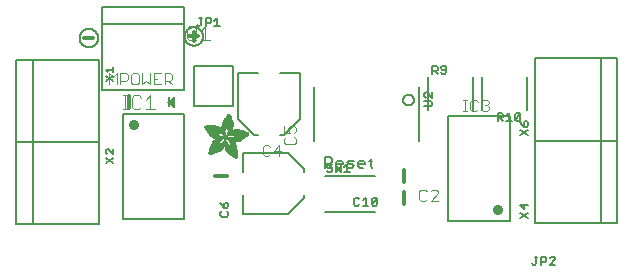
<source format=gbr>
G04 EAGLE Gerber RS-274X export*
G75*
%MOMM*%
%FSLAX34Y34*%
%LPD*%
%INSilkscreen Top*%
%IPPOS*%
%AMOC8*
5,1,8,0,0,1.08239X$1,22.5*%
G01*
%ADD10C,0.127000*%
%ADD11C,0.203200*%
%ADD12C,0.884400*%
%ADD13C,0.101600*%
%ADD14C,0.076200*%
%ADD15C,0.304800*%
%ADD16R,0.190500X0.889000*%
%ADD17C,0.152400*%
%ADD18R,0.050800X0.006300*%
%ADD19R,0.082600X0.006400*%
%ADD20R,0.120600X0.006300*%
%ADD21R,0.139700X0.006400*%
%ADD22R,0.158800X0.006300*%
%ADD23R,0.177800X0.006400*%
%ADD24R,0.196800X0.006300*%
%ADD25R,0.215900X0.006400*%
%ADD26R,0.228600X0.006300*%
%ADD27R,0.241300X0.006400*%
%ADD28R,0.254000X0.006300*%
%ADD29R,0.266700X0.006400*%
%ADD30R,0.279400X0.006300*%
%ADD31R,0.285700X0.006400*%
%ADD32R,0.298400X0.006300*%
%ADD33R,0.311200X0.006400*%
%ADD34R,0.317500X0.006300*%
%ADD35R,0.330200X0.006400*%
%ADD36R,0.336600X0.006300*%
%ADD37R,0.349200X0.006400*%
%ADD38R,0.361900X0.006300*%
%ADD39R,0.368300X0.006400*%
%ADD40R,0.381000X0.006300*%
%ADD41R,0.387300X0.006400*%
%ADD42R,0.393700X0.006300*%
%ADD43R,0.406400X0.006400*%
%ADD44R,0.412700X0.006300*%
%ADD45R,0.419100X0.006400*%
%ADD46R,0.431800X0.006300*%
%ADD47R,0.438100X0.006400*%
%ADD48R,0.450800X0.006300*%
%ADD49R,0.457200X0.006400*%
%ADD50R,0.463500X0.006300*%
%ADD51R,0.476200X0.006400*%
%ADD52R,0.482600X0.006300*%
%ADD53R,0.488900X0.006400*%
%ADD54R,0.501600X0.006300*%
%ADD55R,0.508000X0.006400*%
%ADD56R,0.514300X0.006300*%
%ADD57R,0.527000X0.006400*%
%ADD58R,0.533400X0.006300*%
%ADD59R,0.546100X0.006400*%
%ADD60R,0.552400X0.006300*%
%ADD61R,0.558800X0.006400*%
%ADD62R,0.571500X0.006300*%
%ADD63R,0.577800X0.006400*%
%ADD64R,0.584200X0.006300*%
%ADD65R,0.596900X0.006400*%
%ADD66R,0.603200X0.006300*%
%ADD67R,0.609600X0.006400*%
%ADD68R,0.622300X0.006300*%
%ADD69R,0.628600X0.006400*%
%ADD70R,0.641300X0.006300*%
%ADD71R,0.647700X0.006400*%
%ADD72R,0.063500X0.006300*%
%ADD73R,0.654000X0.006300*%
%ADD74R,0.101600X0.006400*%
%ADD75R,0.666700X0.006400*%
%ADD76R,0.139700X0.006300*%
%ADD77R,0.673100X0.006300*%
%ADD78R,0.165100X0.006400*%
%ADD79R,0.679400X0.006400*%
%ADD80R,0.196900X0.006300*%
%ADD81R,0.692100X0.006300*%
%ADD82R,0.222200X0.006400*%
%ADD83R,0.698500X0.006400*%
%ADD84R,0.247700X0.006300*%
%ADD85R,0.704800X0.006300*%
%ADD86R,0.279400X0.006400*%
%ADD87R,0.717500X0.006400*%
%ADD88R,0.298500X0.006300*%
%ADD89R,0.723900X0.006300*%
%ADD90R,0.736600X0.006400*%
%ADD91R,0.342900X0.006300*%
%ADD92R,0.742900X0.006300*%
%ADD93R,0.374700X0.006400*%
%ADD94R,0.749300X0.006400*%
%ADD95R,0.762000X0.006300*%
%ADD96R,0.412700X0.006400*%
%ADD97R,0.768300X0.006400*%
%ADD98R,0.438100X0.006300*%
%ADD99R,0.774700X0.006300*%
%ADD100R,0.463600X0.006400*%
%ADD101R,0.787400X0.006400*%
%ADD102R,0.793700X0.006300*%
%ADD103R,0.495300X0.006400*%
%ADD104R,0.800100X0.006400*%
%ADD105R,0.520700X0.006300*%
%ADD106R,0.812800X0.006300*%
%ADD107R,0.533400X0.006400*%
%ADD108R,0.819100X0.006400*%
%ADD109R,0.558800X0.006300*%
%ADD110R,0.825500X0.006300*%
%ADD111R,0.577900X0.006400*%
%ADD112R,0.831800X0.006400*%
%ADD113R,0.596900X0.006300*%
%ADD114R,0.844500X0.006300*%
%ADD115R,0.616000X0.006400*%
%ADD116R,0.850900X0.006400*%
%ADD117R,0.635000X0.006300*%
%ADD118R,0.857200X0.006300*%
%ADD119R,0.654100X0.006400*%
%ADD120R,0.863600X0.006400*%
%ADD121R,0.666700X0.006300*%
%ADD122R,0.869900X0.006300*%
%ADD123R,0.685800X0.006400*%
%ADD124R,0.876300X0.006400*%
%ADD125R,0.882600X0.006300*%
%ADD126R,0.723900X0.006400*%
%ADD127R,0.889000X0.006400*%
%ADD128R,0.895300X0.006300*%
%ADD129R,0.755700X0.006400*%
%ADD130R,0.901700X0.006400*%
%ADD131R,0.908000X0.006300*%
%ADD132R,0.793800X0.006400*%
%ADD133R,0.914400X0.006400*%
%ADD134R,0.806400X0.006300*%
%ADD135R,0.920700X0.006300*%
%ADD136R,0.825500X0.006400*%
%ADD137R,0.927100X0.006400*%
%ADD138R,0.933400X0.006300*%
%ADD139R,0.857300X0.006400*%
%ADD140R,0.939800X0.006400*%
%ADD141R,0.870000X0.006300*%
%ADD142R,0.939800X0.006300*%
%ADD143R,0.946100X0.006400*%
%ADD144R,0.952500X0.006300*%
%ADD145R,0.908000X0.006400*%
%ADD146R,0.958800X0.006400*%
%ADD147R,0.965200X0.006300*%
%ADD148R,0.965200X0.006400*%
%ADD149R,0.971500X0.006300*%
%ADD150R,0.952500X0.006400*%
%ADD151R,0.977900X0.006400*%
%ADD152R,0.958800X0.006300*%
%ADD153R,0.984200X0.006300*%
%ADD154R,0.971500X0.006400*%
%ADD155R,0.984200X0.006400*%
%ADD156R,0.990600X0.006300*%
%ADD157R,0.984300X0.006400*%
%ADD158R,0.996900X0.006400*%
%ADD159R,0.997000X0.006300*%
%ADD160R,0.996900X0.006300*%
%ADD161R,1.003300X0.006400*%
%ADD162R,1.016000X0.006300*%
%ADD163R,1.009600X0.006300*%
%ADD164R,1.016000X0.006400*%
%ADD165R,1.009600X0.006400*%
%ADD166R,1.022300X0.006300*%
%ADD167R,1.028700X0.006400*%
%ADD168R,1.035100X0.006300*%
%ADD169R,1.047800X0.006400*%
%ADD170R,1.054100X0.006300*%
%ADD171R,1.028700X0.006300*%
%ADD172R,1.054100X0.006400*%
%ADD173R,1.035000X0.006400*%
%ADD174R,1.060400X0.006300*%
%ADD175R,1.035000X0.006300*%
%ADD176R,1.060500X0.006400*%
%ADD177R,1.041400X0.006400*%
%ADD178R,1.066800X0.006300*%
%ADD179R,1.041400X0.006300*%
%ADD180R,1.079500X0.006400*%
%ADD181R,1.047700X0.006400*%
%ADD182R,1.085900X0.006300*%
%ADD183R,1.047700X0.006300*%
%ADD184R,1.085800X0.006400*%
%ADD185R,1.092200X0.006300*%
%ADD186R,1.085900X0.006400*%
%ADD187R,1.098600X0.006300*%
%ADD188R,1.098600X0.006400*%
%ADD189R,1.060400X0.006400*%
%ADD190R,1.104900X0.006300*%
%ADD191R,1.104900X0.006400*%
%ADD192R,1.066800X0.006400*%
%ADD193R,1.111200X0.006300*%
%ADD194R,1.117600X0.006400*%
%ADD195R,1.117600X0.006300*%
%ADD196R,1.073100X0.006300*%
%ADD197R,1.073100X0.006400*%
%ADD198R,1.124000X0.006300*%
%ADD199R,1.079500X0.006300*%
%ADD200R,1.123900X0.006400*%
%ADD201R,1.130300X0.006300*%
%ADD202R,1.130300X0.006400*%
%ADD203R,1.136700X0.006400*%
%ADD204R,1.136700X0.006300*%
%ADD205R,1.085800X0.006300*%
%ADD206R,1.136600X0.006400*%
%ADD207R,1.136600X0.006300*%
%ADD208R,1.143000X0.006400*%
%ADD209R,1.143000X0.006300*%
%ADD210R,1.149400X0.006300*%
%ADD211R,1.149300X0.006300*%
%ADD212R,1.149300X0.006400*%
%ADD213R,1.149400X0.006400*%
%ADD214R,1.155700X0.006400*%
%ADD215R,1.155700X0.006300*%
%ADD216R,1.060500X0.006300*%
%ADD217R,2.197100X0.006400*%
%ADD218R,2.197100X0.006300*%
%ADD219R,2.184400X0.006300*%
%ADD220R,2.184400X0.006400*%
%ADD221R,2.171700X0.006400*%
%ADD222R,2.171700X0.006300*%
%ADD223R,1.530300X0.006400*%
%ADD224R,1.505000X0.006300*%
%ADD225R,1.492300X0.006400*%
%ADD226R,1.485900X0.006300*%
%ADD227R,0.565200X0.006300*%
%ADD228R,1.473200X0.006400*%
%ADD229R,0.565200X0.006400*%
%ADD230R,1.460500X0.006300*%
%ADD231R,1.454100X0.006400*%
%ADD232R,0.552400X0.006400*%
%ADD233R,1.441500X0.006300*%
%ADD234R,0.546100X0.006300*%
%ADD235R,1.435100X0.006400*%
%ADD236R,0.539800X0.006400*%
%ADD237R,1.428800X0.006300*%
%ADD238R,1.422400X0.006400*%
%ADD239R,1.409700X0.006300*%
%ADD240R,0.527100X0.006300*%
%ADD241R,1.403300X0.006400*%
%ADD242R,0.527100X0.006400*%
%ADD243R,1.390700X0.006300*%
%ADD244R,1.384300X0.006400*%
%ADD245R,0.520700X0.006400*%
%ADD246R,1.384300X0.006300*%
%ADD247R,0.514400X0.006300*%
%ADD248R,1.371600X0.006400*%
%ADD249R,1.365200X0.006300*%
%ADD250R,0.508000X0.006300*%
%ADD251R,1.352600X0.006400*%
%ADD252R,0.501700X0.006400*%
%ADD253R,0.711200X0.006300*%
%ADD254R,0.603300X0.006300*%
%ADD255R,0.501700X0.006300*%
%ADD256R,0.692100X0.006400*%
%ADD257R,0.571500X0.006400*%
%ADD258R,0.679400X0.006300*%
%ADD259R,0.495300X0.006300*%
%ADD260R,0.673100X0.006400*%
%ADD261R,0.666800X0.006300*%
%ADD262R,0.488900X0.006300*%
%ADD263R,0.660400X0.006400*%
%ADD264R,0.482600X0.006400*%
%ADD265R,0.476200X0.006300*%
%ADD266R,0.654000X0.006400*%
%ADD267R,0.469900X0.006400*%
%ADD268R,0.476300X0.006400*%
%ADD269R,0.647700X0.006300*%
%ADD270R,0.457200X0.006300*%
%ADD271R,0.469900X0.006300*%
%ADD272R,0.641300X0.006400*%
%ADD273R,0.444500X0.006400*%
%ADD274R,0.463600X0.006300*%
%ADD275R,0.635000X0.006400*%
%ADD276R,0.463500X0.006400*%
%ADD277R,0.393700X0.006400*%
%ADD278R,0.450800X0.006400*%
%ADD279R,0.628600X0.006300*%
%ADD280R,0.387400X0.006300*%
%ADD281R,0.450900X0.006300*%
%ADD282R,0.628700X0.006400*%
%ADD283R,0.374600X0.006400*%
%ADD284R,0.368300X0.006300*%
%ADD285R,0.438200X0.006300*%
%ADD286R,0.622300X0.006400*%
%ADD287R,0.355600X0.006400*%
%ADD288R,0.431800X0.006400*%
%ADD289R,0.349300X0.006300*%
%ADD290R,0.425400X0.006300*%
%ADD291R,0.615900X0.006300*%
%ADD292R,0.330200X0.006300*%
%ADD293R,0.419100X0.006300*%
%ADD294R,0.616000X0.006300*%
%ADD295R,0.311200X0.006300*%
%ADD296R,0.406400X0.006300*%
%ADD297R,0.615900X0.006400*%
%ADD298R,0.304800X0.006400*%
%ADD299R,0.158800X0.006400*%
%ADD300R,0.609600X0.006300*%
%ADD301R,0.292100X0.006300*%
%ADD302R,0.235000X0.006300*%
%ADD303R,0.387400X0.006400*%
%ADD304R,0.292100X0.006400*%
%ADD305R,0.336500X0.006300*%
%ADD306R,0.260400X0.006300*%
%ADD307R,0.603300X0.006400*%
%ADD308R,0.260400X0.006400*%
%ADD309R,0.362000X0.006400*%
%ADD310R,0.450900X0.006400*%
%ADD311R,0.355600X0.006300*%
%ADD312R,0.342900X0.006400*%
%ADD313R,0.514300X0.006400*%
%ADD314R,0.234900X0.006300*%
%ADD315R,0.539700X0.006300*%
%ADD316R,0.603200X0.006400*%
%ADD317R,0.234900X0.006400*%
%ADD318R,0.920700X0.006400*%
%ADD319R,0.958900X0.006400*%
%ADD320R,0.215900X0.006300*%
%ADD321R,0.209600X0.006400*%
%ADD322R,0.203200X0.006300*%
%ADD323R,1.003300X0.006300*%
%ADD324R,0.203200X0.006400*%
%ADD325R,0.196900X0.006400*%
%ADD326R,0.190500X0.006300*%
%ADD327R,0.190500X0.006400*%
%ADD328R,0.184200X0.006300*%
%ADD329R,0.590500X0.006400*%
%ADD330R,0.184200X0.006400*%
%ADD331R,0.590500X0.006300*%
%ADD332R,0.177800X0.006300*%
%ADD333R,0.584200X0.006400*%
%ADD334R,1.168400X0.006400*%
%ADD335R,0.171500X0.006300*%
%ADD336R,1.187500X0.006300*%
%ADD337R,1.200100X0.006400*%
%ADD338R,0.577800X0.006300*%
%ADD339R,1.212900X0.006300*%
%ADD340R,1.231900X0.006400*%
%ADD341R,1.250900X0.006300*%
%ADD342R,0.565100X0.006400*%
%ADD343R,0.184100X0.006400*%
%ADD344R,1.263700X0.006400*%
%ADD345R,0.565100X0.006300*%
%ADD346R,1.289100X0.006300*%
%ADD347R,1.314400X0.006400*%
%ADD348R,0.552500X0.006300*%
%ADD349R,1.568500X0.006300*%
%ADD350R,0.552500X0.006400*%
%ADD351R,1.581200X0.006400*%
%ADD352R,1.593800X0.006300*%
%ADD353R,1.606500X0.006400*%
%ADD354R,1.619300X0.006300*%
%ADD355R,0.514400X0.006400*%
%ADD356R,1.638300X0.006400*%
%ADD357R,1.657300X0.006300*%
%ADD358R,2.209800X0.006400*%
%ADD359R,2.425700X0.006300*%
%ADD360R,2.470100X0.006400*%
%ADD361R,2.501900X0.006300*%
%ADD362R,2.533700X0.006400*%
%ADD363R,2.559000X0.006300*%
%ADD364R,2.584500X0.006400*%
%ADD365R,2.609900X0.006300*%
%ADD366R,2.628900X0.006400*%
%ADD367R,2.660600X0.006300*%
%ADD368R,2.673400X0.006400*%
%ADD369R,1.422400X0.006300*%
%ADD370R,1.200200X0.006300*%
%ADD371R,1.365300X0.006300*%
%ADD372R,1.365300X0.006400*%
%ADD373R,1.352500X0.006300*%
%ADD374R,1.098500X0.006300*%
%ADD375R,1.358900X0.006400*%
%ADD376R,1.352600X0.006300*%
%ADD377R,1.358900X0.006300*%
%ADD378R,1.371600X0.006300*%
%ADD379R,1.377900X0.006400*%
%ADD380R,1.397000X0.006400*%
%ADD381R,1.403300X0.006300*%
%ADD382R,0.914400X0.006300*%
%ADD383R,0.876300X0.006300*%
%ADD384R,0.374600X0.006300*%
%ADD385R,1.073200X0.006400*%
%ADD386R,0.374700X0.006300*%
%ADD387R,0.844600X0.006400*%
%ADD388R,0.844600X0.006300*%
%ADD389R,0.831900X0.006400*%
%ADD390R,1.092200X0.006400*%
%ADD391R,0.400000X0.006300*%
%ADD392R,0.819200X0.006400*%
%ADD393R,1.111300X0.006400*%
%ADD394R,0.812800X0.006400*%
%ADD395R,0.800100X0.006300*%
%ADD396R,0.476300X0.006300*%
%ADD397R,1.181100X0.006300*%
%ADD398R,0.501600X0.006400*%
%ADD399R,1.193800X0.006400*%
%ADD400R,0.781000X0.006400*%
%ADD401R,1.238200X0.006400*%
%ADD402R,0.781100X0.006300*%
%ADD403R,1.257300X0.006300*%
%ADD404R,1.295400X0.006400*%
%ADD405R,1.333500X0.006300*%
%ADD406R,0.774700X0.006400*%
%ADD407R,1.866900X0.006400*%
%ADD408R,0.209600X0.006300*%
%ADD409R,1.866900X0.006300*%
%ADD410R,0.768400X0.006400*%
%ADD411R,0.209500X0.006400*%
%ADD412R,1.860600X0.006400*%
%ADD413R,0.762000X0.006400*%
%ADD414R,0.768400X0.006300*%
%ADD415R,1.860600X0.006300*%
%ADD416R,1.860500X0.006400*%
%ADD417R,0.222300X0.006300*%
%ADD418R,1.854200X0.006300*%
%ADD419R,0.235000X0.006400*%
%ADD420R,1.854200X0.006400*%
%ADD421R,0.768300X0.006300*%
%ADD422R,0.260300X0.006400*%
%ADD423R,1.847800X0.006400*%
%ADD424R,0.266700X0.006300*%
%ADD425R,1.847800X0.006300*%
%ADD426R,0.273100X0.006400*%
%ADD427R,1.841500X0.006400*%
%ADD428R,0.285800X0.006300*%
%ADD429R,1.841500X0.006300*%
%ADD430R,0.298500X0.006400*%
%ADD431R,1.835100X0.006400*%
%ADD432R,0.781000X0.006300*%
%ADD433R,0.304800X0.006300*%
%ADD434R,1.835100X0.006300*%
%ADD435R,0.317500X0.006400*%
%ADD436R,1.828800X0.006400*%
%ADD437R,0.787400X0.006300*%
%ADD438R,0.323800X0.006300*%
%ADD439R,1.828800X0.006300*%
%ADD440R,0.793700X0.006400*%
%ADD441R,1.822400X0.006400*%
%ADD442R,0.806500X0.006300*%
%ADD443R,1.822400X0.006300*%
%ADD444R,1.816100X0.006400*%
%ADD445R,0.819100X0.006300*%
%ADD446R,0.387300X0.006300*%
%ADD447R,1.816100X0.006300*%
%ADD448R,1.809800X0.006400*%
%ADD449R,1.803400X0.006300*%
%ADD450R,1.797000X0.006400*%
%ADD451R,0.901700X0.006300*%
%ADD452R,1.797000X0.006300*%
%ADD453R,1.441400X0.006400*%
%ADD454R,1.790700X0.006400*%
%ADD455R,1.447800X0.006300*%
%ADD456R,1.784300X0.006300*%
%ADD457R,1.447800X0.006400*%
%ADD458R,1.784300X0.006400*%
%ADD459R,1.454100X0.006300*%
%ADD460R,1.771700X0.006300*%
%ADD461R,1.460500X0.006400*%
%ADD462R,1.759000X0.006400*%
%ADD463R,1.466800X0.006300*%
%ADD464R,1.752600X0.006300*%
%ADD465R,1.466800X0.006400*%
%ADD466R,1.739900X0.006400*%
%ADD467R,1.473200X0.006300*%
%ADD468R,1.727200X0.006300*%
%ADD469R,1.479500X0.006400*%
%ADD470R,1.714500X0.006400*%
%ADD471R,1.695400X0.006300*%
%ADD472R,1.485900X0.006400*%
%ADD473R,1.682700X0.006400*%
%ADD474R,1.492200X0.006300*%
%ADD475R,1.663700X0.006300*%
%ADD476R,1.498600X0.006400*%
%ADD477R,1.644600X0.006400*%
%ADD478R,1.498600X0.006300*%
%ADD479R,1.619200X0.006300*%
%ADD480R,1.511300X0.006400*%
%ADD481R,1.600200X0.006400*%
%ADD482R,1.517700X0.006300*%
%ADD483R,1.574800X0.006300*%
%ADD484R,1.524000X0.006400*%
%ADD485R,1.555800X0.006400*%
%ADD486R,1.524000X0.006300*%
%ADD487R,1.536700X0.006300*%
%ADD488R,1.530400X0.006400*%
%ADD489R,1.517700X0.006400*%
%ADD490R,1.492300X0.006300*%
%ADD491R,1.549400X0.006400*%
%ADD492R,1.479600X0.006400*%
%ADD493R,1.549400X0.006300*%
%ADD494R,1.555700X0.006400*%
%ADD495R,1.562100X0.006300*%
%ADD496R,0.323900X0.006300*%
%ADD497R,1.568400X0.006400*%
%ADD498R,0.336600X0.006400*%
%ADD499R,1.587500X0.006300*%
%ADD500R,0.971600X0.006300*%
%ADD501R,0.349300X0.006400*%
%ADD502R,1.600200X0.006300*%
%ADD503R,0.920800X0.006300*%
%ADD504R,0.882700X0.006400*%
%ADD505R,1.612900X0.006300*%
%ADD506R,0.362000X0.006300*%
%ADD507R,1.625600X0.006400*%
%ADD508R,1.625600X0.006300*%
%ADD509R,1.644600X0.006300*%
%ADD510R,0.736600X0.006300*%
%ADD511R,0.717600X0.006400*%
%ADD512R,1.657400X0.006300*%
%ADD513R,0.679500X0.006300*%
%ADD514R,1.663700X0.006400*%
%ADD515R,0.400000X0.006400*%
%ADD516R,1.676400X0.006300*%
%ADD517R,1.676400X0.006400*%
%ADD518R,0.425500X0.006400*%
%ADD519R,1.352500X0.006400*%
%ADD520R,0.444500X0.006300*%
%ADD521R,0.361900X0.006400*%
%ADD522R,0.088900X0.006300*%
%ADD523R,1.009700X0.006300*%
%ADD524R,1.009700X0.006400*%
%ADD525R,1.022300X0.006400*%
%ADD526R,1.346200X0.006400*%
%ADD527R,1.346200X0.006300*%
%ADD528R,1.339900X0.006400*%
%ADD529R,1.035100X0.006400*%
%ADD530R,1.339800X0.006300*%
%ADD531R,1.333500X0.006400*%
%ADD532R,1.327200X0.006400*%
%ADD533R,1.320800X0.006300*%
%ADD534R,1.314500X0.006400*%
%ADD535R,1.314400X0.006300*%
%ADD536R,1.301700X0.006400*%
%ADD537R,1.295400X0.006300*%
%ADD538R,1.289000X0.006400*%
%ADD539R,1.276300X0.006300*%
%ADD540R,1.251000X0.006300*%
%ADD541R,1.244600X0.006400*%
%ADD542R,1.231900X0.006300*%
%ADD543R,1.212800X0.006400*%
%ADD544R,1.200100X0.006300*%
%ADD545R,1.187400X0.006400*%
%ADD546R,1.168400X0.006300*%
%ADD547R,1.047800X0.006300*%
%ADD548R,0.977900X0.006300*%
%ADD549R,0.946200X0.006400*%
%ADD550R,0.933400X0.006400*%
%ADD551R,0.895300X0.006400*%
%ADD552R,0.882700X0.006300*%
%ADD553R,0.863600X0.006300*%
%ADD554R,0.857200X0.006400*%
%ADD555R,0.850900X0.006300*%
%ADD556R,0.838200X0.006300*%
%ADD557R,0.806500X0.006400*%
%ADD558R,0.717600X0.006300*%
%ADD559R,0.711200X0.006400*%
%ADD560R,0.641400X0.006400*%
%ADD561R,0.641400X0.006300*%
%ADD562R,0.628700X0.006300*%
%ADD563R,0.590600X0.006300*%
%ADD564R,0.539700X0.006400*%
%ADD565R,0.285700X0.006300*%
%ADD566R,0.222200X0.006300*%
%ADD567R,0.171400X0.006300*%
%ADD568R,0.152400X0.006400*%
%ADD569R,0.133400X0.006300*%

G36*
X133372Y142752D02*
X133372Y142752D01*
X133389Y142750D01*
X133492Y142772D01*
X133597Y142790D01*
X133612Y142798D01*
X133630Y142802D01*
X133720Y142856D01*
X133814Y142906D01*
X133826Y142919D01*
X133841Y142928D01*
X133910Y143008D01*
X133982Y143085D01*
X133989Y143102D01*
X134001Y143115D01*
X134040Y143213D01*
X134084Y143309D01*
X134086Y143327D01*
X134093Y143343D01*
X134111Y143510D01*
X134111Y151130D01*
X134109Y151147D01*
X134110Y151162D01*
X134110Y151165D01*
X134089Y151269D01*
X134072Y151373D01*
X134063Y151388D01*
X134060Y151406D01*
X134006Y151497D01*
X133956Y151590D01*
X133944Y151602D01*
X133935Y151618D01*
X133855Y151687D01*
X133778Y151760D01*
X133762Y151767D01*
X133748Y151779D01*
X133651Y151819D01*
X133555Y151863D01*
X133537Y151865D01*
X133521Y151872D01*
X133415Y151879D01*
X133311Y151890D01*
X133293Y151886D01*
X133275Y151888D01*
X133173Y151860D01*
X133100Y151844D01*
X133097Y151844D01*
X133070Y151838D01*
X133055Y151829D01*
X133038Y151824D01*
X132893Y151739D01*
X127813Y147929D01*
X127810Y147926D01*
X127807Y147924D01*
X127725Y147837D01*
X127643Y147752D01*
X127641Y147748D01*
X127638Y147745D01*
X127588Y147636D01*
X127538Y147529D01*
X127538Y147525D01*
X127536Y147521D01*
X127523Y147403D01*
X127510Y147285D01*
X127510Y147281D01*
X127510Y147276D01*
X127536Y147160D01*
X127561Y147044D01*
X127563Y147040D01*
X127564Y147036D01*
X127625Y146934D01*
X127686Y146832D01*
X127689Y146829D01*
X127691Y146826D01*
X127813Y146711D01*
X132893Y142901D01*
X132909Y142893D01*
X132922Y142881D01*
X133018Y142836D01*
X133111Y142787D01*
X133129Y142784D01*
X133145Y142777D01*
X133250Y142765D01*
X133354Y142749D01*
X133372Y142752D01*
G37*
D10*
X260746Y92075D02*
X260746Y100973D01*
X265195Y100973D01*
X266678Y99490D01*
X266678Y96524D01*
X265195Y95041D01*
X260746Y95041D01*
X263712Y95041D02*
X266678Y92075D01*
X271584Y92075D02*
X274550Y92075D01*
X271584Y92075D02*
X270101Y93558D01*
X270101Y96524D01*
X271584Y98007D01*
X274550Y98007D01*
X276033Y96524D01*
X276033Y95041D01*
X270101Y95041D01*
X279457Y92075D02*
X283905Y92075D01*
X285388Y93558D01*
X283905Y95041D01*
X280940Y95041D01*
X279457Y96524D01*
X280940Y98007D01*
X285388Y98007D01*
X290295Y92075D02*
X293261Y92075D01*
X290295Y92075D02*
X288812Y93558D01*
X288812Y96524D01*
X290295Y98007D01*
X293261Y98007D01*
X294744Y96524D01*
X294744Y95041D01*
X288812Y95041D01*
X299650Y93558D02*
X299650Y99490D01*
X299650Y93558D02*
X301133Y92075D01*
X301133Y98007D02*
X298167Y98007D01*
D11*
X89570Y137210D02*
X89570Y48210D01*
X141570Y48210D01*
X141570Y137210D01*
X89570Y137210D01*
D12*
X99320Y128210D03*
D13*
X93677Y141478D02*
X89779Y141478D01*
X91728Y141478D02*
X91728Y153172D01*
X89779Y153172D02*
X93677Y153172D01*
X103422Y153172D02*
X105371Y151223D01*
X103422Y153172D02*
X99524Y153172D01*
X97575Y151223D01*
X97575Y143427D01*
X99524Y141478D01*
X103422Y141478D01*
X105371Y143427D01*
X109269Y149274D02*
X113167Y153172D01*
X113167Y141478D01*
X109269Y141478D02*
X117065Y141478D01*
D11*
X417160Y135940D02*
X417160Y46940D01*
X417160Y135940D02*
X365160Y135940D01*
X365160Y46940D01*
X417160Y46940D01*
D12*
X407410Y55940D03*
D14*
X380788Y140081D02*
X377653Y140081D01*
X379220Y140081D02*
X379220Y149487D01*
X377653Y149487D02*
X380788Y149487D01*
X388593Y149487D02*
X390160Y147919D01*
X388593Y149487D02*
X385457Y149487D01*
X383890Y147919D01*
X383890Y141649D01*
X385457Y140081D01*
X388593Y140081D01*
X390160Y141649D01*
X393245Y147919D02*
X394812Y149487D01*
X397948Y149487D01*
X399515Y147919D01*
X399515Y146352D01*
X397948Y144784D01*
X396380Y144784D01*
X397948Y144784D02*
X399515Y143216D01*
X399515Y141649D01*
X397948Y140081D01*
X394812Y140081D01*
X393245Y141649D01*
D10*
X141950Y157770D02*
X141950Y213770D01*
X141950Y227770D01*
X71950Y227770D01*
X71950Y213770D01*
X71950Y157770D01*
X141950Y157770D01*
X141950Y213770D02*
X71950Y213770D01*
D14*
X78331Y171877D02*
X78331Y162471D01*
X81466Y168742D02*
X78331Y171877D01*
X81466Y168742D02*
X84602Y171877D01*
X84602Y162471D01*
X87686Y162471D02*
X87686Y171877D01*
X92389Y171877D01*
X93957Y170309D01*
X93957Y167174D01*
X92389Y165606D01*
X87686Y165606D01*
X98609Y171877D02*
X101744Y171877D01*
X98609Y171877D02*
X97041Y170309D01*
X97041Y164039D01*
X98609Y162471D01*
X101744Y162471D01*
X103312Y164039D01*
X103312Y170309D01*
X101744Y171877D01*
X106397Y171877D02*
X106397Y162471D01*
X109532Y165606D01*
X112667Y162471D01*
X112667Y171877D01*
X115752Y171877D02*
X122022Y171877D01*
X115752Y171877D02*
X115752Y162471D01*
X122022Y162471D01*
X118887Y167174D02*
X115752Y167174D01*
X125107Y162471D02*
X125107Y171877D01*
X129810Y171877D01*
X131378Y170309D01*
X131378Y167174D01*
X129810Y165606D01*
X125107Y165606D01*
X128242Y165606D02*
X131378Y162471D01*
D15*
X327660Y90170D02*
X327660Y80010D01*
D14*
X345624Y73427D02*
X347191Y71859D01*
X345624Y73427D02*
X342488Y73427D01*
X340921Y71859D01*
X340921Y65589D01*
X342488Y64021D01*
X345624Y64021D01*
X347191Y65589D01*
X350276Y64021D02*
X356547Y64021D01*
X350276Y64021D02*
X356547Y70292D01*
X356547Y71859D01*
X354979Y73427D01*
X351843Y73427D01*
X350276Y71859D01*
D11*
X191170Y88240D02*
X191170Y104740D01*
X229670Y104740D01*
X243170Y91240D01*
X243170Y88240D01*
X243170Y69240D02*
X243170Y66240D01*
X229670Y52740D01*
X191170Y52740D01*
X191170Y69240D01*
D14*
X214482Y109659D02*
X212914Y111227D01*
X209779Y111227D01*
X208211Y109659D01*
X208211Y103389D01*
X209779Y101821D01*
X212914Y101821D01*
X214482Y103389D01*
X222269Y101821D02*
X222269Y111227D01*
X217566Y106524D01*
X223837Y106524D01*
D11*
X222860Y172050D02*
X239360Y172050D01*
X239360Y133550D01*
X225860Y120050D01*
X222860Y120050D01*
X203860Y120050D02*
X200860Y120050D01*
X187360Y133550D01*
X187360Y172050D01*
X203860Y172050D01*
D14*
X228161Y117962D02*
X226593Y116394D01*
X226593Y113259D01*
X228161Y111691D01*
X234431Y111691D01*
X235999Y113259D01*
X235999Y116394D01*
X234431Y117962D01*
X226593Y121046D02*
X226593Y127317D01*
X226593Y121046D02*
X231296Y121046D01*
X229728Y124182D01*
X229728Y125749D01*
X231296Y127317D01*
X234431Y127317D01*
X235999Y125749D01*
X235999Y122614D01*
X234431Y121046D01*
D16*
X128453Y147320D03*
D15*
X95250Y152400D02*
X95250Y142240D01*
D10*
X149620Y178040D02*
X183120Y178040D01*
X183120Y144540D01*
X149620Y144540D01*
X149620Y178040D01*
D13*
X144018Y201847D02*
X144018Y209643D01*
X145967Y211592D01*
X149865Y211592D01*
X151814Y209643D01*
X151814Y201847D01*
X149865Y199898D01*
X145967Y199898D01*
X144018Y201847D01*
X147916Y203796D02*
X151814Y199898D01*
X155712Y207694D02*
X159610Y211592D01*
X159610Y199898D01*
X155712Y199898D02*
X163508Y199898D01*
D11*
X251264Y159988D02*
X251264Y114332D01*
X340556Y114332D02*
X340556Y159988D01*
X327094Y149352D02*
X327096Y149487D01*
X327102Y149622D01*
X327112Y149756D01*
X327126Y149890D01*
X327144Y150024D01*
X327165Y150157D01*
X327191Y150289D01*
X327221Y150421D01*
X327254Y150552D01*
X327291Y150681D01*
X327333Y150810D01*
X327377Y150937D01*
X327426Y151063D01*
X327478Y151187D01*
X327534Y151310D01*
X327594Y151431D01*
X327657Y151550D01*
X327723Y151667D01*
X327793Y151782D01*
X327867Y151896D01*
X327944Y152007D01*
X328023Y152115D01*
X328107Y152221D01*
X328193Y152325D01*
X328282Y152426D01*
X328374Y152525D01*
X328469Y152620D01*
X328567Y152713D01*
X328667Y152803D01*
X328770Y152890D01*
X328876Y152974D01*
X328984Y153055D01*
X329094Y153132D01*
X329207Y153206D01*
X329322Y153277D01*
X329439Y153345D01*
X329557Y153409D01*
X329678Y153469D01*
X329800Y153526D01*
X329924Y153579D01*
X330050Y153629D01*
X330176Y153675D01*
X330305Y153717D01*
X330434Y153755D01*
X330564Y153789D01*
X330696Y153820D01*
X330828Y153847D01*
X330961Y153869D01*
X331094Y153888D01*
X331228Y153903D01*
X331363Y153914D01*
X331497Y153921D01*
X331632Y153924D01*
X331767Y153923D01*
X331902Y153918D01*
X332036Y153909D01*
X332171Y153896D01*
X332305Y153879D01*
X332438Y153858D01*
X332570Y153834D01*
X332702Y153805D01*
X332833Y153773D01*
X332963Y153736D01*
X333092Y153696D01*
X333219Y153652D01*
X333345Y153604D01*
X333470Y153553D01*
X333593Y153498D01*
X333715Y153439D01*
X333834Y153377D01*
X333952Y153311D01*
X334068Y153242D01*
X334181Y153170D01*
X334293Y153094D01*
X334402Y153015D01*
X334509Y152933D01*
X334613Y152847D01*
X334715Y152759D01*
X334814Y152667D01*
X334911Y152573D01*
X335004Y152476D01*
X335095Y152376D01*
X335183Y152274D01*
X335267Y152169D01*
X335349Y152061D01*
X335427Y151951D01*
X335502Y151839D01*
X335574Y151725D01*
X335642Y151609D01*
X335707Y151490D01*
X335768Y151370D01*
X335826Y151248D01*
X335880Y151125D01*
X335931Y151000D01*
X335977Y150873D01*
X336020Y150746D01*
X336060Y150617D01*
X336095Y150486D01*
X336127Y150355D01*
X336154Y150223D01*
X336178Y150091D01*
X336198Y149957D01*
X336214Y149823D01*
X336226Y149689D01*
X336234Y149554D01*
X336238Y149419D01*
X336238Y149285D01*
X336234Y149150D01*
X336226Y149015D01*
X336214Y148881D01*
X336198Y148747D01*
X336178Y148613D01*
X336154Y148481D01*
X336127Y148349D01*
X336095Y148218D01*
X336060Y148087D01*
X336020Y147958D01*
X335977Y147831D01*
X335931Y147704D01*
X335880Y147579D01*
X335826Y147456D01*
X335768Y147334D01*
X335707Y147214D01*
X335642Y147095D01*
X335574Y146979D01*
X335502Y146865D01*
X335427Y146753D01*
X335349Y146643D01*
X335267Y146535D01*
X335183Y146430D01*
X335095Y146328D01*
X335004Y146228D01*
X334911Y146131D01*
X334814Y146037D01*
X334715Y145945D01*
X334613Y145857D01*
X334509Y145771D01*
X334402Y145689D01*
X334293Y145610D01*
X334181Y145534D01*
X334068Y145462D01*
X333952Y145393D01*
X333834Y145327D01*
X333715Y145265D01*
X333593Y145206D01*
X333470Y145151D01*
X333345Y145100D01*
X333219Y145052D01*
X333092Y145008D01*
X332963Y144968D01*
X332833Y144931D01*
X332702Y144899D01*
X332570Y144870D01*
X332438Y144846D01*
X332305Y144825D01*
X332171Y144808D01*
X332036Y144795D01*
X331902Y144786D01*
X331767Y144781D01*
X331632Y144780D01*
X331497Y144783D01*
X331363Y144790D01*
X331228Y144801D01*
X331094Y144816D01*
X330961Y144835D01*
X330828Y144857D01*
X330696Y144884D01*
X330564Y144915D01*
X330434Y144949D01*
X330305Y144987D01*
X330176Y145029D01*
X330050Y145075D01*
X329924Y145125D01*
X329800Y145178D01*
X329678Y145235D01*
X329557Y145295D01*
X329439Y145359D01*
X329322Y145427D01*
X329207Y145498D01*
X329094Y145572D01*
X328984Y145649D01*
X328876Y145730D01*
X328770Y145814D01*
X328667Y145901D01*
X328567Y145991D01*
X328469Y146084D01*
X328374Y146179D01*
X328282Y146278D01*
X328193Y146379D01*
X328107Y146483D01*
X328023Y146589D01*
X327944Y146697D01*
X327867Y146808D01*
X327793Y146922D01*
X327723Y147037D01*
X327657Y147154D01*
X327594Y147273D01*
X327534Y147394D01*
X327478Y147517D01*
X327426Y147641D01*
X327377Y147767D01*
X327333Y147894D01*
X327291Y148023D01*
X327254Y148152D01*
X327221Y148283D01*
X327191Y148415D01*
X327165Y148547D01*
X327144Y148680D01*
X327126Y148814D01*
X327112Y148948D01*
X327102Y149082D01*
X327096Y149217D01*
X327094Y149352D01*
D17*
X345122Y143782D02*
X350630Y143782D01*
X351732Y144883D01*
X351732Y147087D01*
X350630Y148188D01*
X345122Y148188D01*
X351732Y151266D02*
X351732Y155672D01*
X351732Y151266D02*
X347326Y155672D01*
X346224Y155672D01*
X345122Y154571D01*
X345122Y152367D01*
X346224Y151266D01*
D15*
X177800Y85090D02*
X167640Y85090D01*
D17*
X173308Y54970D02*
X172206Y53869D01*
X172206Y51665D01*
X173308Y50564D01*
X177714Y50564D01*
X178816Y51665D01*
X178816Y53869D01*
X177714Y54970D01*
X173308Y60251D02*
X172206Y62454D01*
X173308Y60251D02*
X175511Y58048D01*
X177714Y58048D01*
X178816Y59149D01*
X178816Y61353D01*
X177714Y62454D01*
X176613Y62454D01*
X175511Y61353D01*
X175511Y58048D01*
D15*
X327660Y60960D02*
X327660Y71120D01*
D17*
X290056Y65452D02*
X288954Y66554D01*
X286751Y66554D01*
X285650Y65452D01*
X285650Y61046D01*
X286751Y59944D01*
X288954Y59944D01*
X290056Y61046D01*
X293134Y64350D02*
X295337Y66554D01*
X295337Y59944D01*
X293134Y59944D02*
X297540Y59944D01*
X300618Y61046D02*
X300618Y65452D01*
X301719Y66554D01*
X303923Y66554D01*
X305024Y65452D01*
X305024Y61046D01*
X303923Y59944D01*
X301719Y59944D01*
X300618Y61046D01*
X305024Y65452D01*
D11*
X69560Y183352D02*
X13560Y183352D01*
X-440Y183352D01*
X-440Y113352D01*
X13560Y113352D01*
X69560Y113352D01*
X69560Y183352D01*
X13560Y183352D02*
X13560Y113352D01*
D17*
X75216Y165146D02*
X81826Y169552D01*
X81826Y165146D02*
X75216Y169552D01*
X77420Y172630D02*
X75216Y174833D01*
X81826Y174833D01*
X81826Y172630D02*
X81826Y177036D01*
D11*
X69560Y114010D02*
X13560Y114010D01*
X-440Y114010D01*
X-440Y44010D01*
X13560Y44010D01*
X69560Y44010D01*
X69560Y114010D01*
X13560Y114010D02*
X13560Y44010D01*
D17*
X75216Y95804D02*
X81826Y100210D01*
X81826Y95804D02*
X75216Y100210D01*
X81826Y103288D02*
X81826Y107694D01*
X81826Y103288D02*
X77420Y107694D01*
X76318Y107694D01*
X75216Y106593D01*
X75216Y104389D01*
X76318Y103288D01*
D11*
X438440Y44740D02*
X494440Y44740D01*
X508440Y44740D01*
X508440Y114740D01*
X494440Y114740D01*
X438440Y114740D01*
X438440Y44740D01*
X494440Y44740D02*
X494440Y114740D01*
D17*
X432778Y53908D02*
X426168Y49502D01*
X426168Y53908D02*
X432778Y49502D01*
X432778Y60291D02*
X426168Y60291D01*
X429473Y56986D01*
X429473Y61393D01*
D11*
X438440Y114590D02*
X494440Y114590D01*
X508440Y114590D01*
X508440Y184590D01*
X494440Y184590D01*
X438440Y184590D01*
X438440Y114590D01*
X494440Y114590D02*
X494440Y184590D01*
D17*
X432778Y123758D02*
X426168Y119352D01*
X426168Y123758D02*
X432778Y119352D01*
X427270Y129039D02*
X426168Y131243D01*
X427270Y129039D02*
X429473Y126836D01*
X431676Y126836D01*
X432778Y127938D01*
X432778Y130141D01*
X431676Y131243D01*
X430575Y131243D01*
X429473Y130141D01*
X429473Y126836D01*
D11*
X386030Y140940D02*
X386030Y168940D01*
X348030Y168940D02*
X348030Y140940D01*
D17*
X351792Y171702D02*
X351792Y178312D01*
X355097Y178312D01*
X356198Y177210D01*
X356198Y175007D01*
X355097Y173905D01*
X351792Y173905D01*
X353995Y173905D02*
X356198Y171702D01*
X359276Y172804D02*
X360378Y171702D01*
X362581Y171702D01*
X363683Y172804D01*
X363683Y177210D01*
X362581Y178312D01*
X360378Y178312D01*
X359276Y177210D01*
X359276Y176108D01*
X360378Y175007D01*
X363683Y175007D01*
D11*
X393750Y168940D02*
X393750Y140940D01*
X431750Y140940D02*
X431750Y168940D01*
D17*
X407060Y138184D02*
X407060Y131574D01*
X407060Y138184D02*
X410364Y138184D01*
X411466Y137082D01*
X411466Y134879D01*
X410364Y133777D01*
X407060Y133777D01*
X409263Y133777D02*
X411466Y131574D01*
X414544Y135980D02*
X416747Y138184D01*
X416747Y131574D01*
X414544Y131574D02*
X418950Y131574D01*
X422028Y132676D02*
X422028Y137082D01*
X423129Y138184D01*
X425333Y138184D01*
X426434Y137082D01*
X426434Y132676D01*
X425333Y131574D01*
X423129Y131574D01*
X422028Y132676D01*
X426434Y137082D01*
X153502Y212090D02*
X152400Y213192D01*
X153502Y212090D02*
X154603Y212090D01*
X155705Y213192D01*
X155705Y218700D01*
X156806Y218700D02*
X154603Y218700D01*
X159884Y218700D02*
X159884Y212090D01*
X159884Y218700D02*
X163189Y218700D01*
X164291Y217598D01*
X164291Y215395D01*
X163189Y214293D01*
X159884Y214293D01*
X167368Y216496D02*
X169572Y218700D01*
X169572Y212090D01*
X171775Y212090D02*
X167368Y212090D01*
X436272Y11008D02*
X437373Y9906D01*
X438475Y9906D01*
X439576Y11008D01*
X439576Y16516D01*
X438475Y16516D02*
X440678Y16516D01*
X443756Y16516D02*
X443756Y9906D01*
X443756Y16516D02*
X447061Y16516D01*
X448162Y15414D01*
X448162Y13211D01*
X447061Y12109D01*
X443756Y12109D01*
X451240Y9906D02*
X455646Y9906D01*
X451240Y9906D02*
X455646Y14312D01*
X455646Y15414D01*
X454545Y16516D01*
X452341Y16516D01*
X451240Y15414D01*
D15*
X153828Y203200D02*
X145891Y203200D01*
X149860Y207168D02*
X149860Y199232D01*
D11*
X142043Y203200D02*
X142045Y203392D01*
X142052Y203584D01*
X142064Y203775D01*
X142081Y203966D01*
X142102Y204157D01*
X142128Y204347D01*
X142158Y204536D01*
X142193Y204725D01*
X142233Y204913D01*
X142277Y205099D01*
X142326Y205285D01*
X142380Y205469D01*
X142438Y205652D01*
X142500Y205833D01*
X142567Y206013D01*
X142638Y206191D01*
X142714Y206368D01*
X142794Y206542D01*
X142878Y206715D01*
X142966Y206885D01*
X143059Y207053D01*
X143155Y207219D01*
X143256Y207382D01*
X143360Y207543D01*
X143469Y207701D01*
X143581Y207857D01*
X143697Y208009D01*
X143817Y208159D01*
X143941Y208306D01*
X144068Y208450D01*
X144199Y208590D01*
X144333Y208727D01*
X144470Y208861D01*
X144610Y208992D01*
X144754Y209119D01*
X144901Y209243D01*
X145051Y209363D01*
X145203Y209479D01*
X145359Y209591D01*
X145517Y209700D01*
X145678Y209804D01*
X145841Y209905D01*
X146007Y210001D01*
X146175Y210094D01*
X146345Y210182D01*
X146518Y210266D01*
X146692Y210346D01*
X146869Y210422D01*
X147047Y210493D01*
X147227Y210560D01*
X147408Y210622D01*
X147591Y210680D01*
X147775Y210734D01*
X147961Y210783D01*
X148147Y210827D01*
X148335Y210867D01*
X148524Y210902D01*
X148713Y210932D01*
X148903Y210958D01*
X149094Y210979D01*
X149285Y210996D01*
X149476Y211008D01*
X149668Y211015D01*
X149860Y211017D01*
X150052Y211015D01*
X150244Y211008D01*
X150435Y210996D01*
X150626Y210979D01*
X150817Y210958D01*
X151007Y210932D01*
X151196Y210902D01*
X151385Y210867D01*
X151573Y210827D01*
X151759Y210783D01*
X151945Y210734D01*
X152129Y210680D01*
X152312Y210622D01*
X152493Y210560D01*
X152673Y210493D01*
X152851Y210422D01*
X153028Y210346D01*
X153202Y210266D01*
X153375Y210182D01*
X153545Y210094D01*
X153713Y210001D01*
X153879Y209905D01*
X154042Y209804D01*
X154203Y209700D01*
X154361Y209591D01*
X154517Y209479D01*
X154669Y209363D01*
X154819Y209243D01*
X154966Y209119D01*
X155110Y208992D01*
X155250Y208861D01*
X155387Y208727D01*
X155521Y208590D01*
X155652Y208450D01*
X155779Y208306D01*
X155903Y208159D01*
X156023Y208009D01*
X156139Y207857D01*
X156251Y207701D01*
X156360Y207543D01*
X156464Y207382D01*
X156565Y207219D01*
X156661Y207053D01*
X156754Y206885D01*
X156842Y206715D01*
X156926Y206542D01*
X157006Y206368D01*
X157082Y206191D01*
X157153Y206013D01*
X157220Y205833D01*
X157282Y205652D01*
X157340Y205469D01*
X157394Y205285D01*
X157443Y205099D01*
X157487Y204913D01*
X157527Y204725D01*
X157562Y204536D01*
X157592Y204347D01*
X157618Y204157D01*
X157639Y203966D01*
X157656Y203775D01*
X157668Y203584D01*
X157675Y203392D01*
X157677Y203200D01*
X157675Y203008D01*
X157668Y202816D01*
X157656Y202625D01*
X157639Y202434D01*
X157618Y202243D01*
X157592Y202053D01*
X157562Y201864D01*
X157527Y201675D01*
X157487Y201487D01*
X157443Y201301D01*
X157394Y201115D01*
X157340Y200931D01*
X157282Y200748D01*
X157220Y200567D01*
X157153Y200387D01*
X157082Y200209D01*
X157006Y200032D01*
X156926Y199858D01*
X156842Y199685D01*
X156754Y199515D01*
X156661Y199347D01*
X156565Y199181D01*
X156464Y199018D01*
X156360Y198857D01*
X156251Y198699D01*
X156139Y198543D01*
X156023Y198391D01*
X155903Y198241D01*
X155779Y198094D01*
X155652Y197950D01*
X155521Y197810D01*
X155387Y197673D01*
X155250Y197539D01*
X155110Y197408D01*
X154966Y197281D01*
X154819Y197157D01*
X154669Y197037D01*
X154517Y196921D01*
X154361Y196809D01*
X154203Y196700D01*
X154042Y196596D01*
X153879Y196495D01*
X153713Y196399D01*
X153545Y196306D01*
X153375Y196218D01*
X153202Y196134D01*
X153028Y196054D01*
X152851Y195978D01*
X152673Y195907D01*
X152493Y195840D01*
X152312Y195778D01*
X152129Y195720D01*
X151945Y195666D01*
X151759Y195617D01*
X151573Y195573D01*
X151385Y195533D01*
X151196Y195498D01*
X151007Y195468D01*
X150817Y195442D01*
X150626Y195421D01*
X150435Y195404D01*
X150244Y195392D01*
X150052Y195385D01*
X149860Y195383D01*
X149668Y195385D01*
X149476Y195392D01*
X149285Y195404D01*
X149094Y195421D01*
X148903Y195442D01*
X148713Y195468D01*
X148524Y195498D01*
X148335Y195533D01*
X148147Y195573D01*
X147961Y195617D01*
X147775Y195666D01*
X147591Y195720D01*
X147408Y195778D01*
X147227Y195840D01*
X147047Y195907D01*
X146869Y195978D01*
X146692Y196054D01*
X146518Y196134D01*
X146345Y196218D01*
X146175Y196306D01*
X146007Y196399D01*
X145841Y196495D01*
X145678Y196596D01*
X145517Y196700D01*
X145359Y196809D01*
X145203Y196921D01*
X145051Y197037D01*
X144901Y197157D01*
X144754Y197281D01*
X144610Y197408D01*
X144470Y197539D01*
X144333Y197673D01*
X144199Y197810D01*
X144068Y197950D01*
X143941Y198094D01*
X143817Y198241D01*
X143697Y198391D01*
X143581Y198543D01*
X143469Y198699D01*
X143360Y198857D01*
X143256Y199018D01*
X143155Y199181D01*
X143059Y199347D01*
X142966Y199515D01*
X142878Y199685D01*
X142794Y199858D01*
X142714Y200032D01*
X142638Y200209D01*
X142567Y200387D01*
X142500Y200567D01*
X142438Y200748D01*
X142380Y200931D01*
X142326Y201115D01*
X142277Y201301D01*
X142233Y201487D01*
X142193Y201675D01*
X142158Y201864D01*
X142128Y202053D01*
X142102Y202243D01*
X142081Y202434D01*
X142064Y202625D01*
X142052Y202816D01*
X142045Y203008D01*
X142043Y203200D01*
D15*
X64928Y201930D02*
X56991Y201930D01*
D11*
X53143Y201930D02*
X53145Y202122D01*
X53152Y202314D01*
X53164Y202505D01*
X53181Y202696D01*
X53202Y202887D01*
X53228Y203077D01*
X53258Y203266D01*
X53293Y203455D01*
X53333Y203643D01*
X53377Y203829D01*
X53426Y204015D01*
X53480Y204199D01*
X53538Y204382D01*
X53600Y204563D01*
X53667Y204743D01*
X53738Y204921D01*
X53814Y205098D01*
X53894Y205272D01*
X53978Y205445D01*
X54066Y205615D01*
X54159Y205783D01*
X54255Y205949D01*
X54356Y206112D01*
X54460Y206273D01*
X54569Y206431D01*
X54681Y206587D01*
X54797Y206739D01*
X54917Y206889D01*
X55041Y207036D01*
X55168Y207180D01*
X55299Y207320D01*
X55433Y207457D01*
X55570Y207591D01*
X55710Y207722D01*
X55854Y207849D01*
X56001Y207973D01*
X56151Y208093D01*
X56303Y208209D01*
X56459Y208321D01*
X56617Y208430D01*
X56778Y208534D01*
X56941Y208635D01*
X57107Y208731D01*
X57275Y208824D01*
X57445Y208912D01*
X57618Y208996D01*
X57792Y209076D01*
X57969Y209152D01*
X58147Y209223D01*
X58327Y209290D01*
X58508Y209352D01*
X58691Y209410D01*
X58875Y209464D01*
X59061Y209513D01*
X59247Y209557D01*
X59435Y209597D01*
X59624Y209632D01*
X59813Y209662D01*
X60003Y209688D01*
X60194Y209709D01*
X60385Y209726D01*
X60576Y209738D01*
X60768Y209745D01*
X60960Y209747D01*
X61152Y209745D01*
X61344Y209738D01*
X61535Y209726D01*
X61726Y209709D01*
X61917Y209688D01*
X62107Y209662D01*
X62296Y209632D01*
X62485Y209597D01*
X62673Y209557D01*
X62859Y209513D01*
X63045Y209464D01*
X63229Y209410D01*
X63412Y209352D01*
X63593Y209290D01*
X63773Y209223D01*
X63951Y209152D01*
X64128Y209076D01*
X64302Y208996D01*
X64475Y208912D01*
X64645Y208824D01*
X64813Y208731D01*
X64979Y208635D01*
X65142Y208534D01*
X65303Y208430D01*
X65461Y208321D01*
X65617Y208209D01*
X65769Y208093D01*
X65919Y207973D01*
X66066Y207849D01*
X66210Y207722D01*
X66350Y207591D01*
X66487Y207457D01*
X66621Y207320D01*
X66752Y207180D01*
X66879Y207036D01*
X67003Y206889D01*
X67123Y206739D01*
X67239Y206587D01*
X67351Y206431D01*
X67460Y206273D01*
X67564Y206112D01*
X67665Y205949D01*
X67761Y205783D01*
X67854Y205615D01*
X67942Y205445D01*
X68026Y205272D01*
X68106Y205098D01*
X68182Y204921D01*
X68253Y204743D01*
X68320Y204563D01*
X68382Y204382D01*
X68440Y204199D01*
X68494Y204015D01*
X68543Y203829D01*
X68587Y203643D01*
X68627Y203455D01*
X68662Y203266D01*
X68692Y203077D01*
X68718Y202887D01*
X68739Y202696D01*
X68756Y202505D01*
X68768Y202314D01*
X68775Y202122D01*
X68777Y201930D01*
X68775Y201738D01*
X68768Y201546D01*
X68756Y201355D01*
X68739Y201164D01*
X68718Y200973D01*
X68692Y200783D01*
X68662Y200594D01*
X68627Y200405D01*
X68587Y200217D01*
X68543Y200031D01*
X68494Y199845D01*
X68440Y199661D01*
X68382Y199478D01*
X68320Y199297D01*
X68253Y199117D01*
X68182Y198939D01*
X68106Y198762D01*
X68026Y198588D01*
X67942Y198415D01*
X67854Y198245D01*
X67761Y198077D01*
X67665Y197911D01*
X67564Y197748D01*
X67460Y197587D01*
X67351Y197429D01*
X67239Y197273D01*
X67123Y197121D01*
X67003Y196971D01*
X66879Y196824D01*
X66752Y196680D01*
X66621Y196540D01*
X66487Y196403D01*
X66350Y196269D01*
X66210Y196138D01*
X66066Y196011D01*
X65919Y195887D01*
X65769Y195767D01*
X65617Y195651D01*
X65461Y195539D01*
X65303Y195430D01*
X65142Y195326D01*
X64979Y195225D01*
X64813Y195129D01*
X64645Y195036D01*
X64475Y194948D01*
X64302Y194864D01*
X64128Y194784D01*
X63951Y194708D01*
X63773Y194637D01*
X63593Y194570D01*
X63412Y194508D01*
X63229Y194450D01*
X63045Y194396D01*
X62859Y194347D01*
X62673Y194303D01*
X62485Y194263D01*
X62296Y194228D01*
X62107Y194198D01*
X61917Y194172D01*
X61726Y194151D01*
X61535Y194134D01*
X61344Y194122D01*
X61152Y194115D01*
X60960Y194113D01*
X60768Y194115D01*
X60576Y194122D01*
X60385Y194134D01*
X60194Y194151D01*
X60003Y194172D01*
X59813Y194198D01*
X59624Y194228D01*
X59435Y194263D01*
X59247Y194303D01*
X59061Y194347D01*
X58875Y194396D01*
X58691Y194450D01*
X58508Y194508D01*
X58327Y194570D01*
X58147Y194637D01*
X57969Y194708D01*
X57792Y194784D01*
X57618Y194864D01*
X57445Y194948D01*
X57275Y195036D01*
X57107Y195129D01*
X56941Y195225D01*
X56778Y195326D01*
X56617Y195430D01*
X56459Y195539D01*
X56303Y195651D01*
X56151Y195767D01*
X56001Y195887D01*
X55854Y196011D01*
X55710Y196138D01*
X55570Y196269D01*
X55433Y196403D01*
X55299Y196540D01*
X55168Y196680D01*
X55041Y196824D01*
X54917Y196971D01*
X54797Y197121D01*
X54681Y197273D01*
X54569Y197429D01*
X54460Y197587D01*
X54356Y197748D01*
X54255Y197911D01*
X54159Y198077D01*
X54066Y198245D01*
X53978Y198415D01*
X53894Y198588D01*
X53814Y198762D01*
X53738Y198939D01*
X53667Y199117D01*
X53600Y199297D01*
X53538Y199478D01*
X53480Y199661D01*
X53426Y199845D01*
X53377Y200031D01*
X53333Y200217D01*
X53293Y200405D01*
X53258Y200594D01*
X53228Y200783D01*
X53202Y200973D01*
X53181Y201164D01*
X53164Y201355D01*
X53152Y201546D01*
X53145Y201738D01*
X53143Y201930D01*
X260940Y85104D02*
X302940Y85104D01*
X302940Y54596D02*
X260940Y54596D01*
D17*
X266788Y93900D02*
X265687Y95002D01*
X263484Y95002D01*
X262382Y93900D01*
X262382Y92798D01*
X263484Y91697D01*
X265687Y91697D01*
X266788Y90595D01*
X266788Y89494D01*
X265687Y88392D01*
X263484Y88392D01*
X262382Y89494D01*
X269866Y88392D02*
X269866Y95002D01*
X272069Y90595D02*
X269866Y88392D01*
X272069Y90595D02*
X274273Y88392D01*
X274273Y95002D01*
X277350Y92798D02*
X279554Y95002D01*
X279554Y88392D01*
X281757Y88392D02*
X277350Y88392D01*
D18*
X185388Y99251D03*
D19*
X185420Y99314D03*
D20*
X185420Y99378D03*
D21*
X185389Y99441D03*
D22*
X185420Y99505D03*
D23*
X185388Y99568D03*
D24*
X185420Y99632D03*
D25*
X185389Y99695D03*
D26*
X185388Y99759D03*
D27*
X185325Y99822D03*
D28*
X185325Y99886D03*
D29*
X185262Y99949D03*
D30*
X185261Y100013D03*
D31*
X185230Y100076D03*
D32*
X185166Y100140D03*
D33*
X185166Y100203D03*
D34*
X185135Y100267D03*
D35*
X185071Y100330D03*
D36*
X185039Y100394D03*
D37*
X185039Y100457D03*
D38*
X184976Y100521D03*
D39*
X184944Y100584D03*
D40*
X184880Y100648D03*
D41*
X184849Y100711D03*
D42*
X184817Y100775D03*
D43*
X184753Y100838D03*
D44*
X184722Y100902D03*
D45*
X184690Y100965D03*
D46*
X184626Y101029D03*
D47*
X184595Y101092D03*
D48*
X184531Y101156D03*
D49*
X184499Y101219D03*
D50*
X184468Y101283D03*
D51*
X184404Y101346D03*
D52*
X184372Y101410D03*
D53*
X184341Y101473D03*
D54*
X184277Y101537D03*
D55*
X184245Y101600D03*
D56*
X184214Y101664D03*
D57*
X184150Y101727D03*
D58*
X184118Y101791D03*
D59*
X184055Y101854D03*
D60*
X184023Y101918D03*
D61*
X183991Y101981D03*
D62*
X183928Y102045D03*
D63*
X183896Y102108D03*
D64*
X183864Y102172D03*
D65*
X183801Y102235D03*
D66*
X183769Y102299D03*
D67*
X183737Y102362D03*
D68*
X183674Y102426D03*
D69*
X183642Y102489D03*
D70*
X183579Y102553D03*
D71*
X183547Y102616D03*
D72*
X163735Y102680D03*
D73*
X183515Y102680D03*
D74*
X163735Y102743D03*
D75*
X183452Y102743D03*
D76*
X163799Y102807D03*
D77*
X183420Y102807D03*
D78*
X163862Y102870D03*
D79*
X183388Y102870D03*
D80*
X163894Y102934D03*
D81*
X183325Y102934D03*
D82*
X163957Y102997D03*
D83*
X183293Y102997D03*
D84*
X164021Y103061D03*
D85*
X183261Y103061D03*
D86*
X164116Y103124D03*
D87*
X183198Y103124D03*
D88*
X164148Y103188D03*
D89*
X183166Y103188D03*
D35*
X164243Y103251D03*
D90*
X183102Y103251D03*
D91*
X164307Y103315D03*
D92*
X183071Y103315D03*
D93*
X164402Y103378D03*
D94*
X183039Y103378D03*
D42*
X164497Y103442D03*
D95*
X182975Y103442D03*
D96*
X164529Y103505D03*
D97*
X182944Y103505D03*
D98*
X164656Y103569D03*
D99*
X182912Y103569D03*
D100*
X164719Y103632D03*
D101*
X182848Y103632D03*
D52*
X164814Y103696D03*
D102*
X182817Y103696D03*
D103*
X164878Y103759D03*
D104*
X182785Y103759D03*
D105*
X165005Y103823D03*
D106*
X182721Y103823D03*
D107*
X165068Y103886D03*
D108*
X182690Y103886D03*
D109*
X165195Y103950D03*
D110*
X182658Y103950D03*
D111*
X165291Y104013D03*
D112*
X182626Y104013D03*
D113*
X165386Y104077D03*
D114*
X182563Y104077D03*
D115*
X165481Y104140D03*
D116*
X182531Y104140D03*
D117*
X165576Y104204D03*
D118*
X182499Y104204D03*
D119*
X165672Y104267D03*
D120*
X182467Y104267D03*
D121*
X165799Y104331D03*
D122*
X182436Y104331D03*
D123*
X165894Y104394D03*
D124*
X182404Y104394D03*
D85*
X165989Y104458D03*
D125*
X182372Y104458D03*
D126*
X166085Y104521D03*
D127*
X182340Y104521D03*
D92*
X166180Y104585D03*
D128*
X182309Y104585D03*
D129*
X166307Y104648D03*
D130*
X182277Y104648D03*
D99*
X166402Y104712D03*
D131*
X182245Y104712D03*
D132*
X166497Y104775D03*
D133*
X182213Y104775D03*
D134*
X166624Y104839D03*
D135*
X182182Y104839D03*
D136*
X166720Y104902D03*
D137*
X182150Y104902D03*
D114*
X166815Y104966D03*
D138*
X182118Y104966D03*
D139*
X166942Y105029D03*
D140*
X182086Y105029D03*
D141*
X167005Y105093D03*
D142*
X182086Y105093D03*
D127*
X167100Y105156D03*
D143*
X182055Y105156D03*
D128*
X167196Y105220D03*
D144*
X182023Y105220D03*
D145*
X167259Y105283D03*
D146*
X181991Y105283D03*
D135*
X167323Y105347D03*
D147*
X181959Y105347D03*
D137*
X167418Y105410D03*
D148*
X181959Y105410D03*
D142*
X167481Y105474D03*
D149*
X181928Y105474D03*
D150*
X167545Y105537D03*
D151*
X181896Y105537D03*
D152*
X167640Y105601D03*
D153*
X181864Y105601D03*
D154*
X167704Y105664D03*
D155*
X181864Y105664D03*
D153*
X167767Y105728D03*
D156*
X181832Y105728D03*
D157*
X167831Y105791D03*
D158*
X181801Y105791D03*
D159*
X167894Y105855D03*
D160*
X181801Y105855D03*
D161*
X167926Y105918D03*
X181769Y105918D03*
D162*
X167989Y105982D03*
D163*
X181737Y105982D03*
D164*
X168053Y106045D03*
D165*
X181737Y106045D03*
D166*
X168085Y106109D03*
D162*
X181705Y106109D03*
D167*
X168180Y106172D03*
D164*
X181705Y106172D03*
D168*
X168212Y106236D03*
D166*
X181674Y106236D03*
D169*
X168275Y106299D03*
D167*
X181642Y106299D03*
D170*
X168307Y106363D03*
D171*
X181642Y106363D03*
D172*
X168371Y106426D03*
D173*
X181610Y106426D03*
D174*
X168402Y106490D03*
D175*
X181610Y106490D03*
D176*
X168466Y106553D03*
D177*
X181578Y106553D03*
D178*
X168497Y106617D03*
D179*
X181578Y106617D03*
D180*
X168561Y106680D03*
D181*
X181547Y106680D03*
D182*
X168593Y106744D03*
D183*
X181547Y106744D03*
D184*
X168656Y106807D03*
D172*
X181515Y106807D03*
D185*
X168688Y106871D03*
D170*
X181515Y106871D03*
D186*
X168720Y106934D03*
D172*
X181515Y106934D03*
D187*
X168783Y106998D03*
D174*
X181483Y106998D03*
D188*
X168783Y107061D03*
D189*
X181483Y107061D03*
D190*
X168815Y107125D03*
D178*
X181451Y107125D03*
D191*
X168879Y107188D03*
D192*
X181451Y107188D03*
D193*
X168910Y107252D03*
D178*
X181451Y107252D03*
D194*
X168942Y107315D03*
D192*
X181451Y107315D03*
D195*
X169005Y107379D03*
D196*
X181420Y107379D03*
D194*
X169005Y107442D03*
D197*
X181420Y107442D03*
D198*
X169037Y107506D03*
D199*
X181388Y107506D03*
D200*
X169101Y107569D03*
D180*
X181388Y107569D03*
D201*
X169133Y107633D03*
D199*
X181388Y107633D03*
D202*
X169133Y107696D03*
D180*
X181388Y107696D03*
D201*
X169196Y107760D03*
D199*
X181388Y107760D03*
D203*
X169228Y107823D03*
D184*
X181356Y107823D03*
D204*
X169228Y107887D03*
D205*
X181356Y107887D03*
D206*
X169291Y107950D03*
D180*
X181325Y107950D03*
D207*
X169291Y108014D03*
D199*
X181325Y108014D03*
D208*
X169323Y108077D03*
D186*
X181293Y108077D03*
D209*
X169386Y108141D03*
D182*
X181293Y108141D03*
D208*
X169386Y108204D03*
D186*
X181293Y108204D03*
D210*
X169418Y108268D03*
D182*
X181293Y108268D03*
D208*
X169450Y108331D03*
D186*
X181293Y108331D03*
D211*
X169482Y108395D03*
D182*
X181293Y108395D03*
D212*
X169482Y108458D03*
D186*
X181293Y108458D03*
D210*
X169545Y108522D03*
D182*
X181293Y108522D03*
D213*
X169545Y108585D03*
D186*
X181293Y108585D03*
D210*
X169545Y108649D03*
D205*
X181229Y108649D03*
D212*
X169609Y108712D03*
D184*
X181229Y108712D03*
D211*
X169609Y108776D03*
D205*
X181229Y108776D03*
D214*
X169641Y108839D03*
D184*
X181229Y108839D03*
D210*
X169672Y108903D03*
D205*
X181229Y108903D03*
D213*
X169672Y108966D03*
D184*
X181229Y108966D03*
D215*
X169704Y109030D03*
D205*
X181229Y109030D03*
D212*
X169736Y109093D03*
D184*
X181229Y109093D03*
D211*
X169736Y109157D03*
D199*
X181198Y109157D03*
D214*
X169768Y109220D03*
D180*
X181198Y109220D03*
D210*
X169799Y109284D03*
D199*
X181198Y109284D03*
D213*
X169799Y109347D03*
D180*
X181198Y109347D03*
D210*
X169799Y109411D03*
D199*
X181198Y109411D03*
D212*
X169863Y109474D03*
D197*
X181166Y109474D03*
D211*
X169863Y109538D03*
D196*
X181166Y109538D03*
D212*
X169863Y109601D03*
D192*
X181197Y109601D03*
D210*
X169926Y109665D03*
D178*
X181197Y109665D03*
D213*
X169926Y109728D03*
D192*
X181197Y109728D03*
D210*
X169926Y109792D03*
D216*
X181166Y109792D03*
D208*
X169958Y109855D03*
D176*
X181166Y109855D03*
D211*
X169990Y109919D03*
D216*
X181166Y109919D03*
D212*
X169990Y109982D03*
D172*
X181134Y109982D03*
D209*
X170021Y110046D03*
D170*
X181134Y110046D03*
D213*
X170053Y110109D03*
D172*
X181134Y110109D03*
D210*
X170053Y110173D03*
D170*
X181134Y110173D03*
D217*
X175356Y110236D03*
D218*
X175356Y110300D03*
D217*
X175356Y110363D03*
D219*
X175355Y110427D03*
D220*
X175355Y110490D03*
D219*
X175355Y110554D03*
D221*
X175356Y110617D03*
D222*
X175356Y110681D03*
D223*
X172149Y110744D03*
D65*
X183166Y110744D03*
D224*
X172085Y110808D03*
D64*
X183229Y110808D03*
D225*
X172022Y110871D03*
D63*
X183261Y110871D03*
D226*
X171990Y110935D03*
D227*
X183261Y110935D03*
D228*
X171926Y110998D03*
D229*
X183261Y110998D03*
D230*
X171927Y111062D03*
D60*
X183261Y111062D03*
D231*
X171895Y111125D03*
D232*
X183261Y111125D03*
D233*
X171895Y111189D03*
D234*
X183230Y111189D03*
D235*
X171863Y111252D03*
D236*
X183261Y111252D03*
D237*
X171831Y111316D03*
D58*
X183229Y111316D03*
D238*
X171799Y111379D03*
D107*
X183229Y111379D03*
D239*
X171800Y111443D03*
D240*
X183198Y111443D03*
D241*
X171768Y111506D03*
D242*
X183198Y111506D03*
D243*
X171768Y111570D03*
D105*
X183166Y111570D03*
D244*
X171736Y111633D03*
D245*
X183166Y111633D03*
D246*
X171736Y111697D03*
D247*
X183134Y111697D03*
D248*
X171736Y111760D03*
D55*
X183102Y111760D03*
D249*
X171704Y111824D03*
D250*
X183102Y111824D03*
D251*
X171704Y111887D03*
D252*
X183071Y111887D03*
D253*
X168497Y111951D03*
D254*
X175451Y111951D03*
D255*
X183071Y111951D03*
D256*
X168466Y112014D03*
D257*
X175546Y112014D03*
D103*
X183039Y112014D03*
D258*
X168402Y112078D03*
D234*
X175610Y112078D03*
D259*
X182976Y112078D03*
D260*
X168434Y112141D03*
D107*
X175673Y112141D03*
D53*
X182944Y112141D03*
D261*
X168402Y112205D03*
D56*
X175705Y112205D03*
D262*
X182944Y112205D03*
D263*
X168370Y112268D03*
D103*
X175737Y112268D03*
D264*
X182912Y112268D03*
D73*
X168402Y112332D03*
D52*
X175800Y112332D03*
D265*
X182880Y112332D03*
D266*
X168402Y112395D03*
D267*
X175800Y112395D03*
D268*
X182817Y112395D03*
D269*
X168434Y112459D03*
D270*
X175863Y112459D03*
D271*
X182785Y112459D03*
D272*
X168466Y112522D03*
D273*
X175864Y112522D03*
D267*
X182785Y112522D03*
D70*
X168466Y112586D03*
D46*
X175927Y112586D03*
D274*
X182753Y112586D03*
D275*
X168497Y112649D03*
D45*
X175927Y112649D03*
D276*
X182690Y112649D03*
D117*
X168497Y112713D03*
D44*
X175959Y112713D03*
D270*
X182658Y112713D03*
D69*
X168529Y112776D03*
D277*
X175991Y112776D03*
D278*
X182626Y112776D03*
D279*
X168529Y112840D03*
D280*
X176022Y112840D03*
D281*
X182563Y112840D03*
D282*
X168593Y112903D03*
D283*
X176022Y112903D03*
D273*
X182531Y112903D03*
D68*
X168625Y112967D03*
D284*
X176054Y112967D03*
D285*
X182499Y112967D03*
D286*
X168625Y113030D03*
D287*
X176054Y113030D03*
D288*
X182404Y113030D03*
D68*
X168688Y113094D03*
D289*
X176086Y113094D03*
D290*
X182372Y113094D03*
D286*
X168688Y113157D03*
D35*
X176117Y113157D03*
D45*
X182341Y113157D03*
D291*
X168720Y113221D03*
D292*
X176117Y113221D03*
D293*
X182277Y113221D03*
D115*
X168783Y113284D03*
D33*
X176149Y113284D03*
D43*
X182213Y113284D03*
D294*
X168783Y113348D03*
D295*
X176149Y113348D03*
D296*
X182150Y113348D03*
D297*
X168847Y113411D03*
D298*
X176181Y113411D03*
D277*
X182087Y113411D03*
D299*
X186055Y113411D03*
D300*
X168878Y113475D03*
D301*
X176181Y113475D03*
D42*
X182023Y113475D03*
D302*
X186055Y113475D03*
D115*
X168910Y113538D03*
D31*
X176213Y113538D03*
D303*
X181991Y113538D03*
D304*
X186087Y113538D03*
D291*
X168974Y113602D03*
D30*
X176244Y113602D03*
D40*
X181896Y113602D03*
D305*
X186119Y113602D03*
D67*
X169005Y113665D03*
D29*
X176245Y113665D03*
D283*
X181864Y113665D03*
D93*
X186119Y113665D03*
D300*
X169069Y113729D03*
D306*
X176276Y113729D03*
D284*
X181769Y113729D03*
D44*
X186119Y113729D03*
D307*
X169101Y113792D03*
D308*
X176276Y113792D03*
D309*
X181737Y113792D03*
D310*
X186119Y113792D03*
D300*
X169132Y113856D03*
D28*
X176308Y113856D03*
D311*
X181642Y113856D03*
D52*
X186087Y113856D03*
D67*
X169196Y113919D03*
D27*
X176308Y113919D03*
D312*
X181579Y113919D03*
D313*
X186119Y113919D03*
D254*
X169228Y113983D03*
D314*
X176340Y113983D03*
D91*
X181515Y113983D03*
D315*
X186119Y113983D03*
D316*
X169291Y114046D03*
D317*
X176340Y114046D03*
D318*
X184341Y114046D03*
D254*
X169355Y114110D03*
D26*
X176371Y114110D03*
D138*
X184404Y114110D03*
D316*
X169418Y114173D03*
D25*
X176372Y114173D03*
D319*
X184468Y114173D03*
D113*
X169450Y114237D03*
D320*
X176372Y114237D03*
D147*
X184499Y114237D03*
D65*
X169514Y114300D03*
D321*
X176403Y114300D03*
D155*
X184531Y114300D03*
D113*
X169577Y114364D03*
D322*
X176435Y114364D03*
D323*
X184563Y114364D03*
D65*
X169641Y114427D03*
D324*
X176435Y114427D03*
D164*
X184626Y114427D03*
D113*
X169704Y114491D03*
D80*
X176467Y114491D03*
D175*
X184658Y114491D03*
D65*
X169768Y114554D03*
D325*
X176467Y114554D03*
D169*
X184658Y114554D03*
D113*
X169831Y114618D03*
D326*
X176499Y114618D03*
D178*
X184690Y114618D03*
D65*
X169895Y114681D03*
D327*
X176499Y114681D03*
D197*
X184722Y114681D03*
D113*
X169958Y114745D03*
D328*
X176530Y114745D03*
D185*
X184753Y114745D03*
D329*
X169990Y114808D03*
D330*
X176530Y114808D03*
D191*
X184754Y114808D03*
D331*
X170117Y114872D03*
D332*
X176562Y114872D03*
D198*
X184785Y114872D03*
D333*
X170148Y114935D03*
D23*
X176562Y114935D03*
D206*
X184785Y114935D03*
D331*
X170244Y114999D03*
D332*
X176562Y114999D03*
D215*
X184817Y114999D03*
D333*
X170339Y115062D03*
D23*
X176562Y115062D03*
D334*
X184817Y115062D03*
D64*
X170402Y115126D03*
D335*
X176594Y115126D03*
D336*
X184849Y115126D03*
D111*
X170498Y115189D03*
D23*
X176625Y115189D03*
D337*
X184849Y115189D03*
D338*
X170561Y115253D03*
D332*
X176625Y115253D03*
D339*
X184849Y115253D03*
D63*
X170688Y115316D03*
D330*
X176657Y115316D03*
D340*
X184881Y115316D03*
D62*
X170784Y115380D03*
D328*
X176657Y115380D03*
D341*
X184849Y115380D03*
D342*
X170879Y115443D03*
D343*
X176721Y115443D03*
D344*
X184849Y115443D03*
D345*
X171006Y115507D03*
D80*
X176721Y115507D03*
D346*
X184849Y115507D03*
D61*
X171101Y115570D03*
D321*
X176784Y115570D03*
D347*
X184785Y115570D03*
D348*
X171260Y115634D03*
D349*
X183579Y115634D03*
D350*
X171387Y115697D03*
D351*
X183642Y115697D03*
D58*
X171545Y115761D03*
D352*
X183642Y115761D03*
D107*
X171736Y115824D03*
D353*
X183706Y115824D03*
D105*
X171863Y115888D03*
D354*
X183706Y115888D03*
D355*
X172085Y115951D03*
D356*
X183738Y115951D03*
D105*
X172308Y116015D03*
D357*
X183706Y116015D03*
D358*
X181007Y116078D03*
D359*
X180055Y116142D03*
D360*
X179896Y116205D03*
D361*
X179801Y116269D03*
D362*
X179769Y116332D03*
D363*
X179705Y116396D03*
D364*
X179642Y116459D03*
D365*
X179642Y116523D03*
D366*
X179610Y116586D03*
D367*
X179578Y116650D03*
D368*
X179578Y116713D03*
D369*
X173133Y116777D03*
D370*
X187071Y116777D03*
D244*
X172879Y116840D03*
D214*
X187357Y116840D03*
D371*
X172657Y116904D03*
D198*
X187579Y116904D03*
D372*
X172530Y116967D03*
D194*
X187738Y116967D03*
D373*
X172403Y117031D03*
D374*
X187897Y117031D03*
D375*
X172308Y117094D03*
D186*
X188024Y117094D03*
D376*
X172212Y117158D03*
D199*
X188183Y117158D03*
D375*
X172117Y117221D03*
D192*
X188309Y117221D03*
D377*
X172054Y117285D03*
D216*
X188405Y117285D03*
D248*
X171990Y117348D03*
D176*
X188532Y117348D03*
D378*
X171926Y117412D03*
D170*
X188627Y117412D03*
D379*
X171895Y117475D03*
D189*
X188722Y117475D03*
D246*
X171863Y117539D03*
D170*
X188818Y117539D03*
D380*
X171799Y117602D03*
D176*
X188913Y117602D03*
D381*
X171768Y117666D03*
D170*
X189008Y117666D03*
D140*
X169386Y117729D03*
D43*
X176752Y117729D03*
D172*
X189072Y117729D03*
D382*
X169196Y117793D03*
D42*
X176880Y117793D03*
D216*
X189167Y117793D03*
D127*
X169005Y117856D03*
D93*
X176975Y117856D03*
D189*
X189230Y117856D03*
D383*
X168879Y117920D03*
D384*
X177038Y117920D03*
D196*
X189294Y117920D03*
D120*
X168751Y117983D03*
D39*
X177070Y117983D03*
D385*
X189357Y117983D03*
D118*
X168656Y118047D03*
D386*
X177102Y118047D03*
D196*
X189421Y118047D03*
D387*
X168529Y118110D03*
D283*
X177165Y118110D03*
D184*
X189484Y118110D03*
D388*
X168402Y118174D03*
D40*
X177197Y118174D03*
D185*
X189516Y118174D03*
D389*
X168339Y118237D03*
D41*
X177229Y118237D03*
D390*
X189579Y118237D03*
D110*
X168244Y118301D03*
D391*
X177292Y118301D03*
D190*
X189643Y118301D03*
D392*
X168148Y118364D03*
D43*
X177324Y118364D03*
D393*
X189675Y118364D03*
D106*
X168053Y118428D03*
D293*
X177388Y118428D03*
D201*
X189707Y118428D03*
D394*
X167989Y118491D03*
D288*
X177451Y118491D03*
D206*
X189738Y118491D03*
D134*
X167894Y118555D03*
D98*
X177483Y118555D03*
D210*
X189738Y118555D03*
D104*
X167799Y118618D03*
D100*
X177546Y118618D03*
D334*
X189770Y118618D03*
D395*
X167736Y118682D03*
D396*
X177610Y118682D03*
D397*
X189770Y118682D03*
D132*
X167640Y118745D03*
D398*
X177673Y118745D03*
D399*
X189770Y118745D03*
D102*
X167577Y118809D03*
D56*
X177737Y118809D03*
D339*
X189802Y118809D03*
D400*
X167513Y118872D03*
D59*
X177832Y118872D03*
D401*
X189738Y118872D03*
D402*
X167450Y118936D03*
D338*
X177927Y118936D03*
D403*
X189707Y118936D03*
D400*
X167386Y118999D03*
D115*
X178054Y118999D03*
D404*
X189643Y118999D03*
D402*
X167323Y119063D03*
D26*
X176117Y119063D03*
D290*
X179451Y119063D03*
D405*
X189516Y119063D03*
D406*
X167291Y119126D03*
D25*
X175991Y119126D03*
D407*
X186913Y119126D03*
D99*
X167228Y119190D03*
D408*
X175895Y119190D03*
D409*
X186976Y119190D03*
D410*
X167132Y119253D03*
D411*
X175832Y119253D03*
D412*
X187071Y119253D03*
D99*
X167101Y119317D03*
D408*
X175768Y119317D03*
D409*
X187103Y119317D03*
D413*
X167037Y119380D03*
D25*
X175737Y119380D03*
D412*
X187198Y119380D03*
D414*
X167005Y119444D03*
D320*
X175673Y119444D03*
D415*
X187198Y119444D03*
D97*
X166942Y119507D03*
D82*
X175641Y119507D03*
D416*
X187262Y119507D03*
D414*
X166878Y119571D03*
D417*
X175578Y119571D03*
D418*
X187293Y119571D03*
D413*
X166846Y119634D03*
D419*
X175514Y119634D03*
D420*
X187357Y119634D03*
D421*
X166815Y119698D03*
D314*
X175451Y119698D03*
D418*
X187357Y119698D03*
D410*
X166751Y119761D03*
D27*
X175419Y119761D03*
D420*
X187420Y119761D03*
D95*
X166719Y119825D03*
D28*
X175355Y119825D03*
D418*
X187420Y119825D03*
D97*
X166688Y119888D03*
D422*
X175324Y119888D03*
D423*
X187452Y119888D03*
D414*
X166624Y119952D03*
D424*
X175229Y119952D03*
D425*
X187452Y119952D03*
D406*
X166593Y120015D03*
D426*
X175197Y120015D03*
D427*
X187484Y120015D03*
D99*
X166593Y120079D03*
D428*
X175133Y120079D03*
D429*
X187484Y120079D03*
D406*
X166529Y120142D03*
D430*
X175070Y120142D03*
D431*
X187516Y120142D03*
D432*
X166497Y120206D03*
D433*
X174974Y120206D03*
D434*
X187516Y120206D03*
D101*
X166465Y120269D03*
D435*
X174911Y120269D03*
D436*
X187547Y120269D03*
D437*
X166465Y120333D03*
D438*
X174879Y120333D03*
D439*
X187547Y120333D03*
D440*
X166434Y120396D03*
D312*
X174784Y120396D03*
D441*
X187579Y120396D03*
D442*
X166434Y120460D03*
D311*
X174720Y120460D03*
D443*
X187579Y120460D03*
D394*
X166402Y120523D03*
D283*
X174625Y120523D03*
D444*
X187548Y120523D03*
D445*
X166434Y120587D03*
D446*
X174562Y120587D03*
D447*
X187548Y120587D03*
D389*
X166434Y120650D03*
D43*
X174466Y120650D03*
D448*
X187579Y120650D03*
D114*
X166434Y120714D03*
D290*
X174371Y120714D03*
D449*
X187547Y120714D03*
D120*
X166529Y120777D03*
D49*
X174212Y120777D03*
D450*
X187579Y120777D03*
D451*
X166656Y120841D03*
D54*
X173990Y120841D03*
D452*
X187579Y120841D03*
D453*
X169291Y120904D03*
D454*
X187548Y120904D03*
D455*
X169259Y120968D03*
D456*
X187516Y120968D03*
D457*
X169259Y121031D03*
D458*
X187516Y121031D03*
D459*
X169228Y121095D03*
D460*
X187516Y121095D03*
D461*
X169196Y121158D03*
D462*
X187452Y121158D03*
D463*
X169164Y121222D03*
D464*
X187420Y121222D03*
D465*
X169164Y121285D03*
D466*
X187357Y121285D03*
D467*
X169132Y121349D03*
D468*
X187357Y121349D03*
D469*
X169101Y121412D03*
D470*
X187294Y121412D03*
D226*
X169069Y121476D03*
D471*
X187198Y121476D03*
D472*
X169069Y121539D03*
D473*
X187135Y121539D03*
D474*
X169037Y121603D03*
D475*
X187040Y121603D03*
D476*
X169005Y121666D03*
D477*
X186944Y121666D03*
D478*
X169005Y121730D03*
D479*
X186817Y121730D03*
D480*
X169006Y121793D03*
D481*
X186785Y121793D03*
D482*
X168974Y121857D03*
D483*
X186658Y121857D03*
D484*
X168942Y121920D03*
D485*
X186563Y121920D03*
D486*
X168942Y121984D03*
D487*
X186468Y121984D03*
D488*
X168910Y122047D03*
D489*
X186373Y122047D03*
D487*
X168879Y122111D03*
D490*
X186246Y122111D03*
D491*
X168878Y122174D03*
D492*
X186182Y122174D03*
D493*
X168878Y122238D03*
D295*
X180340Y122238D03*
D209*
X187674Y122238D03*
D494*
X168847Y122301D03*
D435*
X180372Y122301D03*
D191*
X187611Y122301D03*
D495*
X168815Y122365D03*
D496*
X180404Y122365D03*
D205*
X187579Y122365D03*
D497*
X168783Y122428D03*
D35*
X180435Y122428D03*
D172*
X187484Y122428D03*
D483*
X168815Y122492D03*
D292*
X180435Y122492D03*
D171*
X187421Y122492D03*
D351*
X168783Y122555D03*
D498*
X180467Y122555D03*
D158*
X187389Y122555D03*
D499*
X168752Y122619D03*
D91*
X180499Y122619D03*
D500*
X187325Y122619D03*
D481*
X168751Y122682D03*
D501*
X180531Y122682D03*
D140*
X187230Y122682D03*
D502*
X168751Y122746D03*
D311*
X180562Y122746D03*
D503*
X187198Y122746D03*
D353*
X168720Y122809D03*
D287*
X180562Y122809D03*
D504*
X187135Y122809D03*
D505*
X168688Y122873D03*
D506*
X180594Y122873D03*
D118*
X187071Y122873D03*
D507*
X168688Y122936D03*
D39*
X180626Y122936D03*
D389*
X187008Y122936D03*
D508*
X168688Y123000D03*
D386*
X180658Y123000D03*
D395*
X186976Y123000D03*
D356*
X168688Y123063D03*
D93*
X180658Y123063D03*
D406*
X186913Y123063D03*
D509*
X168656Y123127D03*
D40*
X180689Y123127D03*
D510*
X186849Y123127D03*
D477*
X168656Y123190D03*
D303*
X180721Y123190D03*
D511*
X186817Y123190D03*
D512*
X168656Y123254D03*
D391*
X180721Y123254D03*
D513*
X186754Y123254D03*
D514*
X168625Y123317D03*
D515*
X180721Y123317D03*
D71*
X186722Y123317D03*
D516*
X168624Y123381D03*
D296*
X180753Y123381D03*
D294*
X186690Y123381D03*
D517*
X168624Y123444D03*
D96*
X180785Y123444D03*
D329*
X186627Y123444D03*
D373*
X166942Y123508D03*
D292*
X175419Y123508D03*
D44*
X180785Y123508D03*
D234*
X186595Y123508D03*
D251*
X166878Y123571D03*
D498*
X175387Y123571D03*
D518*
X180785Y123571D03*
D245*
X186595Y123571D03*
D373*
X166815Y123635D03*
D91*
X175419Y123635D03*
D46*
X180816Y123635D03*
D265*
X186563Y123635D03*
D519*
X166815Y123698D03*
D37*
X175387Y123698D03*
D288*
X180816Y123698D03*
D273*
X186532Y123698D03*
D376*
X166751Y123762D03*
D311*
X175419Y123762D03*
D520*
X180817Y123762D03*
D296*
X186531Y123762D03*
D519*
X166688Y123825D03*
D521*
X175451Y123825D03*
D273*
X180817Y123825D03*
D501*
X186500Y123825D03*
D377*
X166656Y123889D03*
D284*
X175419Y123889D03*
D48*
X180848Y123889D03*
D301*
X186468Y123889D03*
D251*
X166624Y123952D03*
D93*
X175451Y123952D03*
D49*
X180816Y123952D03*
D321*
X186436Y123952D03*
D373*
X166561Y124016D03*
D40*
X175482Y124016D03*
D271*
X180817Y124016D03*
D522*
X186405Y124016D03*
D375*
X166529Y124079D03*
D277*
X175483Y124079D03*
D267*
X180817Y124079D03*
D376*
X166497Y124143D03*
D391*
X175514Y124143D03*
D52*
X180816Y124143D03*
D519*
X166434Y124206D03*
D43*
X175546Y124206D03*
D53*
X180785Y124206D03*
D377*
X166402Y124270D03*
D293*
X175546Y124270D03*
D259*
X180753Y124270D03*
D375*
X166339Y124333D03*
D288*
X175609Y124333D03*
D55*
X180753Y124333D03*
D373*
X166307Y124397D03*
D156*
X178340Y124397D03*
D375*
X166275Y124460D03*
D158*
X178372Y124460D03*
D377*
X166212Y124524D03*
D160*
X178372Y124524D03*
D519*
X166180Y124587D03*
D161*
X178340Y124587D03*
D376*
X166116Y124651D03*
D523*
X178372Y124651D03*
D375*
X166085Y124714D03*
D524*
X178372Y124714D03*
D377*
X166021Y124778D03*
D162*
X178340Y124778D03*
D251*
X165989Y124841D03*
D525*
X178372Y124841D03*
D373*
X165926Y124905D03*
D166*
X178372Y124905D03*
D526*
X165894Y124968D03*
D525*
X178372Y124968D03*
D527*
X165830Y125032D03*
D171*
X178340Y125032D03*
D528*
X165799Y125095D03*
D529*
X178372Y125095D03*
D530*
X165735Y125159D03*
D168*
X178372Y125159D03*
D531*
X165704Y125222D03*
D529*
X178372Y125222D03*
D405*
X165640Y125286D03*
D179*
X178340Y125286D03*
D532*
X165608Y125349D03*
D181*
X178372Y125349D03*
D533*
X165576Y125413D03*
D183*
X178372Y125413D03*
D534*
X165545Y125476D03*
D181*
X178372Y125476D03*
D535*
X165481Y125540D03*
D183*
X178372Y125540D03*
D536*
X165418Y125603D03*
D172*
X178340Y125603D03*
D537*
X165386Y125667D03*
D216*
X178372Y125667D03*
D538*
X165354Y125730D03*
D176*
X178372Y125730D03*
D539*
X165291Y125794D03*
D216*
X178372Y125794D03*
D344*
X165291Y125857D03*
D176*
X178372Y125857D03*
D540*
X165227Y125921D03*
D216*
X178372Y125921D03*
D541*
X165195Y125984D03*
D176*
X178372Y125984D03*
D542*
X165132Y126048D03*
D216*
X178372Y126048D03*
D543*
X165100Y126111D03*
D176*
X178372Y126111D03*
D544*
X165037Y126175D03*
D216*
X178372Y126175D03*
D545*
X164973Y126238D03*
D176*
X178372Y126238D03*
D546*
X164941Y126302D03*
D178*
X178403Y126302D03*
D212*
X164910Y126365D03*
D192*
X178403Y126365D03*
D201*
X164815Y126429D03*
D178*
X178403Y126429D03*
D393*
X164783Y126492D03*
D192*
X178403Y126492D03*
D205*
X164719Y126556D03*
D178*
X178403Y126556D03*
D192*
X164624Y126619D03*
X178403Y126619D03*
D179*
X164560Y126683D03*
D178*
X178403Y126683D03*
D165*
X164465Y126746D03*
D192*
X178403Y126746D03*
D149*
X164402Y126810D03*
D178*
X178403Y126810D03*
D137*
X164307Y126873D03*
D192*
X178403Y126873D03*
D383*
X164180Y126937D03*
D178*
X178403Y126937D03*
D440*
X164021Y127000D03*
D192*
X178403Y127000D03*
D178*
X178403Y127064D03*
D192*
X178403Y127127D03*
D170*
X178404Y127191D03*
D172*
X178404Y127254D03*
D170*
X178404Y127318D03*
D172*
X178404Y127381D03*
D170*
X178404Y127445D03*
D169*
X178435Y127508D03*
D547*
X178435Y127572D03*
D169*
X178435Y127635D03*
D547*
X178435Y127699D03*
D169*
X178435Y127762D03*
D179*
X178467Y127826D03*
D173*
X178435Y127889D03*
D175*
X178435Y127953D03*
D173*
X178435Y128016D03*
D171*
X178467Y128080D03*
D167*
X178467Y128143D03*
D171*
X178467Y128207D03*
D164*
X178467Y128270D03*
D162*
X178467Y128334D03*
D164*
X178467Y128397D03*
D523*
X178499Y128461D03*
D524*
X178499Y128524D03*
D323*
X178467Y128588D03*
D158*
X178499Y128651D03*
D160*
X178499Y128715D03*
D158*
X178499Y128778D03*
D156*
X178530Y128842D03*
D157*
X178499Y128905D03*
D548*
X178531Y128969D03*
D151*
X178531Y129032D03*
D149*
X178499Y129096D03*
D148*
X178530Y129159D03*
D147*
X178530Y129223D03*
D146*
X178562Y129286D03*
D144*
X178531Y129350D03*
D549*
X178562Y129413D03*
D142*
X178530Y129477D03*
D550*
X178562Y129540D03*
D138*
X178562Y129604D03*
D137*
X178594Y129667D03*
D503*
X178562Y129731D03*
D133*
X178594Y129794D03*
D382*
X178594Y129858D03*
D130*
X178594Y129921D03*
D451*
X178594Y129985D03*
D551*
X178626Y130048D03*
D552*
X178626Y130112D03*
D504*
X178626Y130175D03*
D383*
X178658Y130239D03*
D120*
X178657Y130302D03*
D553*
X178657Y130366D03*
D554*
X178689Y130429D03*
D555*
X178658Y130493D03*
D387*
X178689Y130556D03*
D556*
X178721Y130620D03*
D112*
X178689Y130683D03*
D110*
X178721Y130747D03*
D108*
X178753Y130810D03*
D442*
X178753Y130874D03*
D557*
X178753Y130937D03*
D395*
X178785Y131001D03*
D132*
X178816Y131064D03*
D432*
X178816Y131128D03*
D400*
X178816Y131191D03*
D414*
X178816Y131255D03*
D413*
X178848Y131318D03*
D95*
X178848Y131382D03*
D129*
X178880Y131445D03*
D92*
X178880Y131509D03*
D90*
X178911Y131572D03*
D510*
X178911Y131636D03*
D126*
X178912Y131699D03*
D558*
X178943Y131763D03*
D559*
X178975Y131826D03*
D85*
X178943Y131890D03*
D83*
X178975Y131953D03*
D81*
X179007Y132017D03*
D123*
X178975Y132080D03*
D513*
X179007Y132144D03*
D260*
X179039Y132207D03*
D121*
X179007Y132271D03*
D263*
X179038Y132334D03*
D73*
X179070Y132398D03*
D560*
X179070Y132461D03*
D561*
X179070Y132525D03*
D275*
X179102Y132588D03*
D562*
X179134Y132652D03*
D286*
X179102Y132715D03*
D291*
X179134Y132779D03*
D67*
X179165Y132842D03*
D113*
X179166Y132906D03*
D65*
X179166Y132969D03*
D563*
X179197Y133033D03*
D63*
X179197Y133096D03*
D62*
X179229Y133160D03*
D257*
X179229Y133223D03*
D109*
X179229Y133287D03*
D350*
X179261Y133350D03*
D348*
X179261Y133414D03*
D564*
X179261Y133477D03*
D58*
X179292Y133541D03*
D57*
X179324Y133604D03*
D105*
X179293Y133668D03*
D355*
X179324Y133731D03*
D250*
X179356Y133795D03*
D398*
X179324Y133858D03*
D259*
X179356Y133922D03*
D53*
X179388Y133985D03*
D396*
X179388Y134049D03*
D268*
X179388Y134112D03*
D271*
X179420Y134176D03*
D49*
X179419Y134239D03*
D48*
X179451Y134303D03*
D278*
X179451Y134366D03*
D520*
X179483Y134430D03*
D288*
X179483Y134493D03*
D46*
X179483Y134557D03*
D45*
X179483Y134620D03*
D44*
X179515Y134684D03*
D96*
X179515Y134747D03*
D296*
X179546Y134811D03*
D277*
X179547Y134874D03*
D280*
X179578Y134938D03*
D303*
X179578Y135001D03*
D384*
X179578Y135065D03*
D39*
X179610Y135128D03*
D284*
X179610Y135192D03*
D287*
X179610Y135255D03*
D289*
X179642Y135319D03*
D312*
X179674Y135382D03*
D305*
X179642Y135446D03*
D35*
X179673Y135509D03*
D438*
X179705Y135573D03*
D33*
X179705Y135636D03*
D295*
X179705Y135700D03*
D298*
X179737Y135763D03*
D301*
X179737Y135827D03*
D304*
X179737Y135890D03*
D565*
X179769Y135954D03*
D426*
X179769Y136017D03*
D424*
X179801Y136081D03*
D422*
X179769Y136144D03*
D28*
X179800Y136208D03*
D27*
X179801Y136271D03*
D302*
X179832Y136335D03*
D82*
X179832Y136398D03*
D566*
X179832Y136462D03*
D321*
X179832Y136525D03*
D24*
X179832Y136589D03*
D330*
X179832Y136652D03*
D567*
X179832Y136716D03*
D568*
X179864Y136779D03*
D569*
X179832Y136843D03*
D74*
X179800Y136906D03*
D72*
X179801Y136970D03*
M02*

</source>
